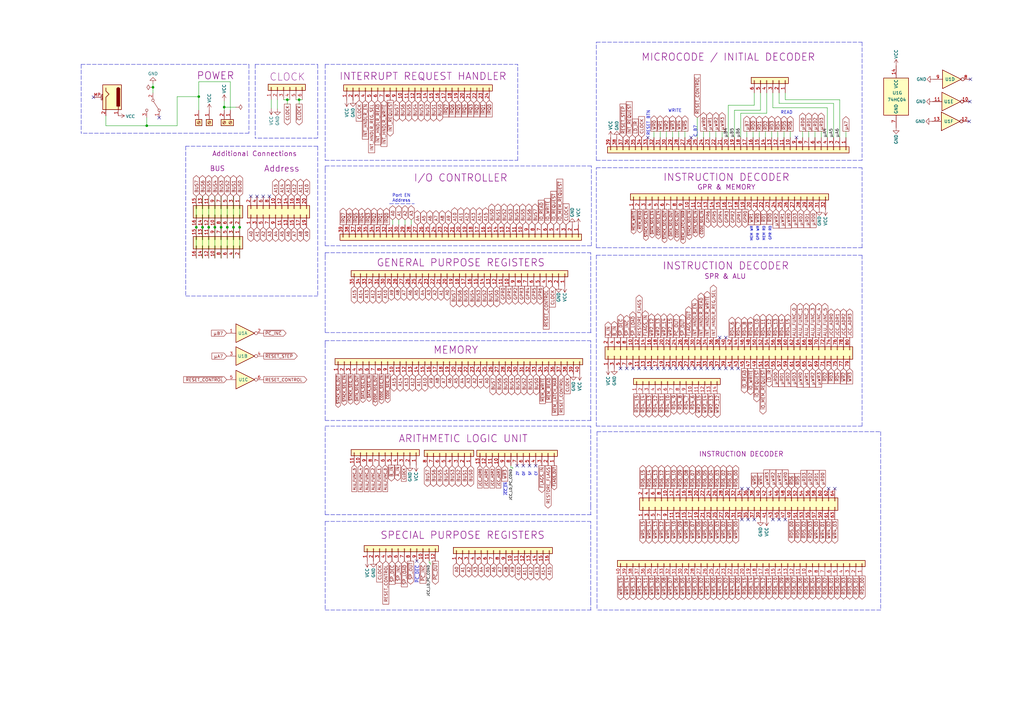
<source format=kicad_sch>
(kicad_sch (version 20211123) (generator eeschema)
  (paper "A3")
  (junction (at 60.198 51.562))
  (junction (at 62.738 35.814))
  (junction (at 93.218 93.218))
  (junction (at 85.598 93.218))
  (junction (at 122.682 40.894))
  (junction (at 91.948 43.942))
  (junction (at 95.758 93.218))
  (junction (at 98.298 93.218))
  (junction (at 80.518 93.218))
  (junction (at 88.138 93.218))
  (junction (at 83.058 93.218))
  (junction (at 81.534 39.624))
  (junction (at 90.678 93.218))
  (junction (at 117.856 40.894))
  (no_connect (at 257.048 151.13))
  (no_connect (at 297.688 151.13))
  (no_connect (at 262.128 151.13))
  (no_connect (at 397.764 41.656))
  (no_connect (at 398.018 32.512))
  (no_connect (at 397.51 49.784))
  (no_connect (at 282.448 151.13))
  (no_connect (at 300.228 151.13))
  (no_connect (at 274.828 151.13))
  (no_connect (at 272.288 151.13))
  (no_connect (at 279.908 151.13))
  (no_connect (at 304.292 200.406))
  (no_connect (at 290.068 151.13))
  (no_connect (at 212.09 191.008))
  (no_connect (at 295.148 138.43))
  (no_connect (at 284.988 151.13))
  (no_connect (at 259.588 151.13))
  (no_connect (at 217.17 191.008))
  (no_connect (at 297.688 138.43))
  (no_connect (at 170.942 230.124))
  (no_connect (at 292.608 151.13))
  (no_connect (at 107.95 80.518))
  (no_connect (at 65.278 48.26))
  (no_connect (at 322.072 213.106))
  (no_connect (at 267.208 151.13))
  (no_connect (at 295.148 151.13))
  (no_connect (at 254.508 151.13))
  (no_connect (at 214.63 191.008))
  (no_connect (at 316.992 213.106))
  (no_connect (at 319.532 213.106))
  (no_connect (at 342.392 200.406))
  (no_connect (at 287.528 151.13))
  (no_connect (at 102.87 80.518))
  (no_connect (at 304.292 213.106))
  (no_connect (at 219.71 191.008))
  (no_connect (at 264.668 151.13))
  (no_connect (at 265.684 56.388))
  (no_connect (at 302.768 151.13))
  (no_connect (at 309.372 213.106))
  (no_connect (at 105.41 80.518))
  (no_connect (at 306.832 200.406))
  (no_connect (at 277.368 151.13))
  (no_connect (at 38.354 39.878))
  (no_connect (at 110.49 80.518))
  (no_connect (at 283.464 56.388))
  (no_connect (at 269.748 151.13))
  (no_connect (at 339.852 200.406))
  (no_connect (at 306.832 213.106))
  (no_connect (at 326.644 56.388))
  (wire (pts (xy 280.924 53.848) (xy 280.924 56.388)))
  (wire (pts (xy 83.058 80.518) (xy 83.058 93.218)))
  (polyline (pts (xy 76.2 121.412) (xy 130.302 121.412)))
  (wire (pts (xy 273.304 53.848) (xy 273.304 56.388)))
  (polyline (pts (xy 242.316 172.466) (xy 242.316 139.7)))
  (wire (pts (xy 80.518 80.518) (xy 80.518 93.218)))
  (wire (pts (xy 85.598 93.218) (xy 85.598 105.918)))
  (wire (pts (xy 121.412 40.894) (xy 122.682 40.894)))
  (polyline (pts (xy 133.35 213.868) (xy 242.316 213.868)))
  (wire (pts (xy 209.55 191.77) (xy 209.55 191.008)))
  (wire (pts (xy 321.564 53.848) (xy 321.564 56.388)))
  (polyline (pts (xy 242.316 207.518) (xy 242.316 174.752)))
  (wire (pts (xy 83.058 93.218) (xy 83.058 105.918)))
  (polyline (pts (xy 159.766 83.566) (xy 169.926 83.566)))
  (polyline (pts (xy 242.316 246.634) (xy 242.316 250.19)))
  (polyline (pts (xy 133.35 250.19) (xy 242.57 250.19)))
  (polyline (pts (xy 133.35 103.632) (xy 242.316 103.632)))
  (polyline (pts (xy 76.2 59.944) (xy 76.2 121.412)))
  (wire (pts (xy 319.532 38.1) (xy 319.532 42.418)))
  (wire (pts (xy 341.884 42.418) (xy 341.884 56.388)))
  (polyline (pts (xy 242.316 207.518) (xy 242.316 211.074)))
  (wire (pts (xy 319.532 42.418) (xy 341.884 42.418)))
  (wire (pts (xy 43.434 51.562) (xy 43.434 47.498)))
  (wire (pts (xy 122.682 40.894) (xy 122.682 42.672)))
  (wire (pts (xy 85.598 80.518) (xy 85.598 93.218)))
  (wire (pts (xy 96.774 43.942) (xy 91.948 43.942)))
  (wire (pts (xy 117.856 42.672) (xy 117.856 40.894)))
  (wire (pts (xy 319.024 53.848) (xy 319.024 56.388)))
  (polyline (pts (xy 130.302 26.416) (xy 130.302 56.642)))
  (wire (pts (xy 316.484 53.848) (xy 316.484 56.388)))
  (polyline (pts (xy 244.602 101.6) (xy 244.602 68.834)))
  (wire (pts (xy 344.424 40.894) (xy 322.072 40.894)))
  (polyline (pts (xy 212.344 65.786) (xy 212.344 26.416)))
  (wire (pts (xy 210.312 192.278) (xy 210.312 191.77)))
  (wire (pts (xy 62.738 35.814) (xy 62.738 38.1)))
  (wire (pts (xy 306.324 53.848) (xy 306.324 56.388)))
  (polyline (pts (xy 133.35 103.632) (xy 133.35 104.902)))
  (wire (pts (xy 62.738 34.29) (xy 62.738 35.814)))
  (wire (pts (xy 90.678 80.518) (xy 90.678 93.218)))
  (wire (pts (xy 80.518 93.218) (xy 80.518 105.918)))
  (polyline (pts (xy 133.35 139.7) (xy 242.316 139.7)))
  (polyline (pts (xy 361.188 177.038) (xy 361.188 250.19)))
  (polyline (pts (xy 130.302 56.642) (xy 104.648 56.642)))
  (wire (pts (xy 309.372 43.18) (xy 309.372 38.1)))
  (polyline (pts (xy 104.648 26.416) (xy 104.648 56.642)))
  (wire (pts (xy 316.992 44.196) (xy 316.992 38.1)))
  (polyline (pts (xy 102.108 26.416) (xy 102.108 54.61)))
  (polyline (pts (xy 133.35 136.398) (xy 242.57 136.398)))
  (wire (pts (xy 72.644 39.624) (xy 81.534 39.624)))
  (polyline (pts (xy 133.35 211.074) (xy 242.57 211.074)))
  (polyline (pts (xy 242.57 100.838) (xy 242.57 68.072)))
  (wire (pts (xy 301.244 45.212) (xy 301.244 56.388)))
  (polyline (pts (xy 133.35 104.902) (xy 133.35 136.398)))
  (polyline (pts (xy 242.57 68.072) (xy 133.35 68.072)))
  (wire (pts (xy 210.312 191.77) (xy 209.55 191.77)))
  (wire (pts (xy 270.764 53.848) (xy 270.764 56.388)))
  (wire (pts (xy 161.036 90.17) (xy 161.036 92.202)))
  (wire (pts (xy 311.912 45.212) (xy 311.912 38.1)))
  (wire (pts (xy 81.534 39.624) (xy 81.534 45.212)))
  (polyline (pts (xy 133.35 68.072) (xy 133.35 69.342)))
  (wire (pts (xy 308.864 53.848) (xy 308.864 56.388)))
  (wire (pts (xy 313.944 53.848) (xy 313.944 56.388)))
  (polyline (pts (xy 133.35 213.868) (xy 133.35 250.19)))
  (wire (pts (xy 303.784 46.482) (xy 303.784 56.388)))
  (wire (pts (xy 60.198 51.562) (xy 43.434 51.562)))
  (wire (pts (xy 301.244 45.212) (xy 311.912 45.212)))
  (wire (pts (xy 168.656 90.17) (xy 168.656 92.202)))
  (wire (pts (xy 176.53 230.886) (xy 176.022 230.886)))
  (polyline (pts (xy 353.568 104.648) (xy 353.568 174.752)))
  (polyline (pts (xy 353.568 174.752) (xy 244.602 174.752)))
  (wire (pts (xy 88.138 80.518) (xy 88.138 93.218)))
  (wire (pts (xy 81.534 33.528) (xy 81.534 39.624)))
  (wire (pts (xy 336.804 53.848) (xy 336.804 56.388)))
  (polyline (pts (xy 133.35 65.786) (xy 212.344 65.786)))
  (wire (pts (xy 98.298 93.218) (xy 98.298 105.918)))
  (wire (pts (xy 329.184 53.848) (xy 329.184 56.388)))
  (polyline (pts (xy 244.602 104.648) (xy 353.568 104.648)))
  (wire (pts (xy 298.704 43.18) (xy 298.704 56.388)))
  (wire (pts (xy 298.704 43.18) (xy 309.372 43.18)))
  (wire (pts (xy 90.678 93.218) (xy 90.678 105.918)))
  (wire (pts (xy 91.948 43.942) (xy 91.948 45.212)))
  (polyline (pts (xy 130.302 59.944) (xy 76.2 59.944)))
  (polyline (pts (xy 33.274 26.416) (xy 102.108 26.416)))
  (polyline (pts (xy 102.108 54.61) (xy 33.274 54.61)))
  (polyline (pts (xy 133.35 26.416) (xy 133.35 65.786)))
  (wire (pts (xy 72.644 51.562) (xy 60.198 51.562)))
  (polyline (pts (xy 244.602 65.786) (xy 353.568 65.786)))
  (wire (pts (xy 72.644 39.624) (xy 72.644 51.562)))
  (wire (pts (xy 117.856 40.894) (xy 118.872 40.894)))
  (wire (pts (xy 296.164 53.848) (xy 296.164 56.388)))
  (polyline (pts (xy 244.602 68.834) (xy 353.568 68.834)))
  (wire (pts (xy 275.844 53.848) (xy 275.844 56.388)))
  (polyline (pts (xy 133.35 172.466) (xy 242.57 172.466)))
  (polyline (pts (xy 244.856 177.038) (xy 244.856 250.19)))
  (wire (pts (xy 278.384 53.848) (xy 278.384 56.388)))
  (polyline (pts (xy 353.568 17.272) (xy 353.568 65.786)))
  (polyline (pts (xy 242.316 136.398) (xy 242.316 103.632)))
  (polyline (pts (xy 242.316 246.634) (xy 242.316 213.868)))
  (wire (pts (xy 166.116 90.17) (xy 166.116 92.202)))
  (polyline (pts (xy 244.602 101.6) (xy 353.822 101.6)))
  (wire (pts (xy 88.138 93.218) (xy 88.138 105.918)))
  (wire (pts (xy 113.792 40.894) (xy 113.792 44.704)))
  (polyline (pts (xy 104.648 26.416) (xy 130.302 26.416)))
  (wire (pts (xy 111.252 40.894) (xy 111.252 44.45)))
  (polyline (pts (xy 130.302 59.944) (xy 130.302 121.412)))
  (wire (pts (xy 322.072 40.894) (xy 322.072 38.1)))
  (polyline (pts (xy 361.188 250.19) (xy 244.856 250.19)))
  (wire (pts (xy 163.576 90.17) (xy 163.576 92.202)))
  (wire (pts (xy 339.344 44.196) (xy 339.344 56.388)))
  (wire (pts (xy 291.084 53.848) (xy 291.084 56.388)))
  (wire (pts (xy 95.758 80.518) (xy 95.758 93.218)))
  (polyline (pts (xy 133.35 100.838) (xy 242.57 100.838)))
  (wire (pts (xy 93.218 80.518) (xy 93.218 93.218)))
  (wire (pts (xy 314.452 38.1) (xy 314.452 46.482)))
  (wire (pts (xy 331.724 53.848) (xy 331.724 56.388)))
  (polyline (pts (xy 353.568 101.6) (xy 353.568 68.834)))
  (wire (pts (xy 311.404 53.848) (xy 311.404 56.388)))
  (wire (pts (xy 94.488 33.528) (xy 81.534 33.528)))
  (wire (pts (xy 176.022 230.886) (xy 176.022 230.124)))
  (polyline (pts (xy 244.602 104.648) (xy 244.602 174.752)))
  (wire (pts (xy 268.224 53.848) (xy 268.224 56.388)))
  (wire (pts (xy 324.104 53.848) (xy 324.104 56.388)))
  (polyline (pts (xy 244.856 177.038) (xy 361.188 177.038)))
  (wire (pts (xy 176.53 231.648) (xy 176.53 230.886)))
  (wire (pts (xy 288.544 53.848) (xy 288.544 56.388)))
  (wire (pts (xy 339.344 44.196) (xy 316.992 44.196)))
  (wire (pts (xy 116.332 40.894) (xy 117.856 40.894)))
  (polyline (pts (xy 244.602 65.786) (xy 244.602 17.272)))
  (wire (pts (xy 98.298 80.518) (xy 98.298 93.218)))
  (wire (pts (xy 346.964 53.848) (xy 346.964 56.388)))
  (polyline (pts (xy 133.35 140.97) (xy 133.35 172.466)))
  (polyline (pts (xy 33.274 26.416) (xy 33.274 54.61)))
  (wire (pts (xy 314.452 46.482) (xy 303.784 46.482)))
  (wire (pts (xy 293.624 53.848) (xy 293.624 56.388)))
  (wire (pts (xy 60.198 51.562) (xy 60.198 48.26)))
  (wire (pts (xy 122.682 40.894) (xy 123.952 40.894)))
  (wire (pts (xy 95.758 93.218) (xy 95.758 105.918)))
  (polyline (pts (xy 133.35 139.7) (xy 133.35 140.97)))
  (polyline (pts (xy 133.35 69.342) (xy 133.35 100.838)))
  (wire (pts (xy 344.424 40.894) (xy 344.424 56.388)))
  (wire (pts (xy 91.948 41.402) (xy 91.948 43.942)))
  (polyline (pts (xy 133.35 174.752) (xy 242.316 174.752)))
  (wire (pts (xy 286.004 48.26) (xy 286.004 56.388)))
  (polyline (pts (xy 133.35 26.416) (xy 212.344 26.416)))
  (polyline (pts (xy 133.35 211.074) (xy 133.35 174.752)))
  (wire (pts (xy 93.218 93.218) (xy 93.218 105.918)))
  (polyline (pts (xy 244.602 17.272) (xy 353.568 17.272)))
  (wire (pts (xy 94.488 33.528) (xy 94.488 45.212)))
  (wire (pts (xy 334.264 53.848) (xy 334.264 56.388)))
  (text "RESET BTN" (at 266.7 45.212 270) (effects (font (size 1.27 1.27)) (justify right bottom)))
  (text "SF" (at 217.932 193.294 270) (effects (font (size 0.9906 0.9906)) (justify right bottom)))
  (text "ZF" (at 212.852 193.294 270) (effects (font (size 0.9906 0.9906)) (justify right bottom)))
  (text "MEM WR" (at 308.864 92.71 270) (effects (font (size 1 1)) (justify right bottom)))
  (text "Port EN\nAddress" (at 168.402 83.058 180) (effects (font (size 1.27 1.27)) (justify right bottom)))
  (text "MEM RD" (at 313.944 92.71 270) (effects (font (size 1 1)) (justify right bottom)))
  (text "OF" (at 215.392 193.294 270) (effects (font (size 0.9906 0.9906)) (justify right bottom)))
  (text "CF" (at 220.472 193.294 270) (effects (font (size 0.9906 0.9906)) (justify right bottom)))
  (text "~{JCC_EN}" (at 208.026 197.866 270) (effects (font (size 0.9906 0.9906)) (justify right bottom)))
  (text "GPR WR" (at 311.404 92.71 270) (effects (font (size 1 1)) (justify right bottom)))
  (text "READ" (at 325.12 46.99 180) (effects (font (size 1.27 1.27)) (justify right bottom)))
  (text "~{PC_DEC}" (at 171.958 231.902 270) (effects (font (size 1.27 1.27)) (justify right bottom)))
  (text "GPR RD" (at 316.484 92.71 270) (effects (font (size 1 1)) (justify right bottom)))
  (text "C_B7" (at 286.004 56.388 90) (effects (font (size 1.27 1.27)) (justify left bottom)))
  (text "WRITE" (at 279.654 46.228 180) (effects (font (size 1.27 1.27)) (justify right bottom)))
  (label "μB4" (at 298.704 56.388 90))
  (label "JCC_LD_PC_COND" (at 210.312 192.278 270) (effects (font (size 0.9906 0.9906))))
  (label "JCC_LD_PC_COND" (at 176.53 231.648 270) (effects (font (size 0.9906 0.9906))))
  (label "μA4" (at 339.344 56.388 90))
  (label "μA6" (at 344.424 56.388 90))
  (label "μB6" (at 303.784 56.388 90))
  (label "μA5" (at 341.884 56.388 90))
  (label "μB5" (at 301.244 56.388 90))
  (global_label "~{INT_HNDLR_WRITE}" (shape input) (at 157.48 41.148 270) (property "Intersheet References" "${INTERSHEET_REFS}" (effects hide)))
  (global_label "~{IRQ4}" (shape output) (at 148.336 92.202 90) (property "Intersheet References" "${INTERSHEET_REFS}" (effects hide)))
  (global_label "BUS0" (shape tri_state) (at 180.34 41.148 270) (property "Intersheet References" "${INTERSHEET_REFS}" (effects hide)))
  (global_label "~{WR5_08}" (shape output) (at 272.288 236.22 270) (property "Intersheet References" "${INTERSHEET_REFS}" (effects hide)))
  (global_label "~{SP_INC}" (shape input) (at 163.322 230.124 270) (property "Intersheet References" "${INTERSHEET_REFS}" (effects hide)))
  (global_label "~{DATA_SEG_EN}" (shape output) (at 267.462 85.852 270) (effects (font (size 1 1))) (property "Intersheet References" "${INTERSHEET_REFS}" (effects hide)))
  (global_label "RESTORE_FLAGS" (shape output) (at 224.79 191.008 270) (property "Intersheet References" "${INTERSHEET_REFS}" (effects hide)))
  (global_label "~{DATA_SEG_OUT}" (shape output) (at 275.082 85.852 270) (effects (font (size 1 1))) (property "Intersheet References" "${INTERSHEET_REFS}" (effects hide)))
  (global_label "A14" (shape tri_state) (at 164.084 153.416 270) (property "Intersheet References" "${INTERSHEET_REFS}" (effects hide)))
  (global_label "BUS6" (shape tri_state) (at 165.1 41.148 270) (property "Intersheet References" "${INTERSHEET_REFS}" (effects hide)))
  (global_label "~{MEM_READ}" (shape output) (at 262.382 85.852 270) (effects (font (size 1 1))) (property "Intersheet References" "${INTERSHEET_REFS}" (effects hide)))
  (global_label "~{INT_HNDLR_WRITE}" (shape output) (at 290.068 138.43 90) (property "Intersheet References" "${INTERSHEET_REFS}" (effects hide)))
  (global_label "BUS1" (shape tri_state) (at 201.168 117.348 270) (property "Intersheet References" "${INTERSHEET_REFS}" (effects hide)))
  (global_label "~{RD6_01}" (shape output) (at 299.212 200.406 90) (property "Intersheet References" "${INTERSHEET_REFS}" (effects hide)))
  (global_label "μRD3" (shape input) (at 325.628 151.13 270) (property "Intersheet References" "${INTERSHEET_REFS}" (effects hide)))
  (global_label "~{IRQ7}" (shape output) (at 140.716 92.202 90) (property "Intersheet References" "${INTERSHEET_REFS}" (effects hide)))
  (global_label "~{IRQ1}" (shape input) (at 198.12 41.148 270) (property "Intersheet References" "${INTERSHEET_REFS}" (effects hide)))
  (global_label "~{WR5_01}" (shape output) (at 299.212 213.106 270) (property "Intersheet References" "${INTERSHEET_REFS}" (effects hide)))
  (global_label "BUS3" (shape tri_state) (at 185.42 191.008 270) (property "Intersheet References" "${INTERSHEET_REFS}" (effects hide)))
  (global_label "~{IO_READ}" (shape input) (at 221.996 92.202 90) (property "Intersheet References" "${INTERSHEET_REFS}" (effects hide)))
  (global_label "~{WR5}" (shape input) (at 309.372 200.406 90) (property "Intersheet References" "${INTERSHEET_REFS}" (effects hide)))
  (global_label "~{WR2}" (shape output) (at 273.304 53.848 90) (property "Intersheet References" "${INTERSHEET_REFS}" (effects hide)))
  (global_label "ALU_FUNC_1" (shape input) (at 155.448 190.754 270) (effects (font (size 0.9906 0.9906))) (property "Intersheet References" "${INTERSHEET_REFS}" (effects hide)))
  (global_label "ALU_FUNC_0" (shape output) (at 325.628 138.43 90) (property "Intersheet References" "${INTERSHEET_REFS}" (effects hide)))
  (global_label "~{RESET_CONTROL}" (shape input) (at 286.004 48.26 90) (property "Intersheet References" "${INTERSHEET_REFS}" (effects hide)))
  (global_label "A1" (shape tri_state) (at 189.738 230.886 270) (property "Intersheet References" "${INTERSHEET_REFS}" (effects hide)))
  (global_label "A8" (shape tri_state) (at 207.518 230.886 270) (property "Intersheet References" "${INTERSHEET_REFS}" (effects hide)))
  (global_label "~{STACK_SEG_EN}" (shape output) (at 264.922 85.852 270) (effects (font (size 1 1))) (property "Intersheet References" "${INTERSHEET_REFS}" (effects hide)))
  (global_label "A4" (shape tri_state) (at 173.228 117.348 270) (property "Intersheet References" "${INTERSHEET_REFS}" (effects hide)))
  (global_label "A1" (shape tri_state) (at 180.848 117.348 270) (property "Intersheet References" "${INTERSHEET_REFS}" (effects hide)))
  (global_label "JCC_ADR3" (shape input) (at 204.47 191.008 270) (effects (font (size 0.9906 0.9906))) (property "Intersheet References" "${INTERSHEET_REFS}" (effects hide)))
  (global_label "BUS6" (shape tri_state) (at 188.468 117.348 270) (property "Intersheet References" "${INTERSHEET_REFS}" (effects hide)))
  (global_label "A15" (shape tri_state) (at 225.298 230.886 270) (property "Intersheet References" "${INTERSHEET_REFS}" (effects hide)))
  (global_label "BUS5" (shape tri_state) (at 180.34 191.008 270) (property "Intersheet References" "${INTERSHEET_REFS}" (effects hide)))
  (global_label "~{RD0}" (shape output) (at 308.864 53.848 90) (property "Intersheet References" "${INTERSHEET_REFS}" (effects hide)))
  (global_label "A6" (shape tri_state) (at 168.148 117.348 270) (property "Intersheet References" "${INTERSHEET_REFS}" (effects hide)))
  (global_label "BUS4" (shape tri_state) (at 211.836 92.202 90) (property "Intersheet References" "${INTERSHEET_REFS}" (effects hide)))
  (global_label "A11" (shape tri_state) (at 171.704 153.416 270) (property "Intersheet References" "${INTERSHEET_REFS}" (effects hide)))
  (global_label "~{WR5_00}" (shape output) (at 292.608 236.22 270) (property "Intersheet References" "${INTERSHEET_REFS}" (effects hide)))
  (global_label "~{INT_HNDLR_EN}" (shape output) (at 284.988 138.43 90) (property "Intersheet References" "${INTERSHEET_REFS}" (effects hide)))
  (global_label "A14" (shape tri_state) (at 196.596 92.202 90) (property "Intersheet References" "${INTERSHEET_REFS}" (effects hide)))
  (global_label "~{IRQ1}" (shape output) (at 155.956 92.202 90) (property "Intersheet References" "${INTERSHEET_REFS}" (effects hide)))
  (global_label "~{RD4_13}" (shape output) (at 318.008 138.43 90) (property "Intersheet References" "${INTERSHEET_REFS}" (effects hide)))
  (global_label "A14" (shape tri_state) (at 147.828 117.348 270) (property "Intersheet References" "${INTERSHEET_REFS}" (effects hide)))
  (global_label "~{IRQ0}" (shape output) (at 158.496 92.202 90) (property "Intersheet References" "${INTERSHEET_REFS}" (effects hide)))
  (global_label "~{RESET_STEP}" (shape input) (at 255.524 56.388 90) (property "Intersheet References" "${INTERSHEET_REFS}" (effects hide)))
  (global_label "~{FLAGS_IN}" (shape output) (at 222.25 191.008 270) (property "Intersheet References" "${INTERSHEET_REFS}" (effects hide)))
  (global_label "~{RD6_00}" (shape output) (at 301.752 200.406 90) (property "Intersheet References" "${INTERSHEET_REFS}" (effects hide)))
  (global_label "A11" (shape tri_state) (at 215.138 230.886 270) (property "Intersheet References" "${INTERSHEET_REFS}" (effects hide)))
  (global_label "~{RD6_13}" (shape output) (at 310.388 236.22 270) (property "Intersheet References" "${INTERSHEET_REFS}" (effects hide)))
  (global_label "~{WR5_03}" (shape output) (at 294.132 213.106 270) (property "Intersheet References" "${INTERSHEET_REFS}" (effects hide)))
  (global_label "~{RD4_10}" (shape output) (at 273.812 161.544 270) (property "Intersheet References" "${INTERSHEET_REFS}" (effects hide)))
  (global_label "~{WR0}" (shape input) (at 310.642 85.852 270) (property "Intersheet References" "${INTERSHEET_REFS}" (effects hide)))
  (global_label "A12" (shape tri_state) (at 152.908 117.348 270) (property "Intersheet References" "${INTERSHEET_REFS}" (effects hide)))
  (global_label "GPR3" (shape output) (at 213.868 117.348 270) (property "Intersheet References" "${INTERSHEET_REFS}" (effects hide)))
  (global_label "~{RD2}" (shape input) (at 338.328 151.13 270) (property "Intersheet References" "${INTERSHEET_REFS}" (effects hide)))
  (global_label "~{RD5}" (shape output) (at 321.564 53.848 90) (property "Intersheet References" "${INTERSHEET_REFS}" (effects hide)))
  (global_label "~{RD5_01}" (shape output) (at 327.152 213.106 270) (property "Intersheet References" "${INTERSHEET_REFS}" (effects hide)))
  (global_label "~{RESET_CONTROL}" (shape input) (at 224.028 117.348 270) (property "Intersheet References" "${INTERSHEET_REFS}" (effects hide)))
  (global_label "ALU_FUNC_4" (shape input) (at 147.828 190.754 270) (effects (font (size 0.9906 0.9906))) (property "Intersheet References" "${INTERSHEET_REFS}" (effects hide)))
  (global_label "~{RD6_11}" (shape output) (at 315.468 236.22 270) (property "Intersheet References" "${INTERSHEET_REFS}" (effects hide)))
  (global_label "A15" (shape tri_state) (at 145.288 117.348 270) (property "Intersheet References" "${INTERSHEET_REFS}" (effects hide)))
  (global_label "~{WR2_12}" (shape output) (at 267.208 138.43 90) (property "Intersheet References" "${INTERSHEET_REFS}" (effects hide)))
  (global_label "~{IRQ3}" (shape input) (at 193.04 41.148 270) (property "Intersheet References" "${INTERSHEET_REFS}" (effects hide)))
  (global_label "GPR2" (shape output) (at 300.482 85.852 270) (property "Intersheet References" "${INTERSHEET_REFS}" (effects hide)))
  (global_label "~{RD6_09}" (shape output) (at 278.892 200.406 90) (property "Intersheet References" "${INTERSHEET_REFS}" (effects hide)))
  (global_label "ALU_FUNC_4" (shape output) (at 335.788 138.43 90) (property "Intersheet References" "${INTERSHEET_REFS}" (effects hide)))
  (global_label "GPR0" (shape output) (at 206.248 117.348 270) (property "Intersheet References" "${INTERSHEET_REFS}" (effects hide)))
  (global_label "~{WR5_05}" (shape output) (at 279.908 236.22 270) (property "Intersheet References" "${INTERSHEET_REFS}" (effects hide)))
  (global_label "μRD0" (shape input) (at 333.502 85.852 270) (property "Intersheet References" "${INTERSHEET_REFS}" (effects hide)))
  (global_label "~{MEM_WRITE}" (shape input) (at 222.504 153.416 270) (effects (font (size 1.2 1.2))) (property "Intersheet References" "${INTERSHEET_REFS}" (effects hide)))
  (global_label "~{STACK_SEG_OUT}" (shape output) (at 272.542 85.852 270) (effects (font (size 1 1))) (property "Intersheet References" "${INTERSHEET_REFS}" (effects hide)))
  (global_label "~{STACK_SEG_EN}" (shape output) (at 141.224 153.416 270) (effects (font (size 1 1))) (property "Intersheet References" "${INTERSHEET_REFS}" (effects hide)))
  (global_label "~{RESET_STEP}" (shape output) (at 108.204 146.05 0) (property "Intersheet References" "${INTERSHEET_REFS}" (effects hide)))
  (global_label "~{RD6}" (shape output) (at 324.104 53.848 90) (property "Intersheet References" "${INTERSHEET_REFS}" (effects hide)))
  (global_label "ALU_FUNC_1" (shape output) (at 328.168 138.43 90) (property "Intersheet References" "${INTERSHEET_REFS}" (effects hide)))
  (global_label "~{WR5_09}" (shape output) (at 278.892 213.106 270) (property "Intersheet References" "${INTERSHEET_REFS}" (effects hide)))
  (global_label "~{IO_REQUEST}" (shape input) (at 227.076 92.202 90) (property "Intersheet References" "${INTERSHEET_REFS}" (effects hide)))
  (global_label "~{RD4_12}" (shape output) (at 315.468 138.43 90) (property "Intersheet References" "${INTERSHEET_REFS}" (effects hide)))
  (global_label "CLOCK" (shape input) (at 147.32 41.148 270) (property "Intersheet References" "${INTERSHEET_REFS}" (effects hide)))
  (global_label "A6" (shape tri_state) (at 176.276 92.202 90) (property "Intersheet References" "${INTERSHEET_REFS}" (effects hide)))
  (global_label "~{SP_INC}" (shape output) (at 257.048 138.43 90) (property "Intersheet References" "${INTERSHEET_REFS}" (effects hide)))
  (global_label "A9" (shape tri_state) (at 125.73 93.218 270) (property "Intersheet References" "${INTERSHEET_REFS}" (effects hide)))
  (global_label "~{INT_HNDLR_READ}" (shape output) (at 287.528 138.43 90) (property "Intersheet References" "${INTERSHEET_REFS}" (effects hide)))
  (global_label "CLOCK" (shape input) (at 226.568 117.348 270) (property "Intersheet References" "${INTERSHEET_REFS}" (effects hide)))
  (global_label "A4" (shape tri_state) (at 171.196 92.202 90) (property "Intersheet References" "${INTERSHEET_REFS}" (effects hide)))
  (global_label "μRD0" (shape input) (at 337.312 200.406 90) (property "Intersheet References" "${INTERSHEET_REFS}" (effects hide)))
  (global_label "~{SP_OUT}" (shape output) (at 168.402 230.124 270) (property "Intersheet References" "${INTERSHEET_REFS}" (effects hide)))
  (global_label "BUS5" (shape tri_state) (at 167.64 41.148 270) (property "Intersheet References" "${INTERSHEET_REFS}" (effects hide)))
  (global_label "GPR4" (shape output) (at 216.408 117.348 270) (property "Intersheet References" "${INTERSHEET_REFS}" (effects hide)))
  (global_label "GPR3" (shape output) (at 297.942 85.852 270) (property "Intersheet References" "${INTERSHEET_REFS}" (effects hide)))
  (global_label "~{RD6_07}" (shape output) (at 283.972 200.406 90) (property "Intersheet References" "${INTERSHEET_REFS}" (effects hide)))
  (global_label "ALU_FUNC_5" (shape input) (at 145.288 190.754 270) (effects (font (size 0.9906 0.9906))) (property "Intersheet References" "${INTERSHEET_REFS}" (effects hide)))
  (global_label "~{RD5_03}" (shape output) (at 332.232 213.106 270) (property "Intersheet References" "${INTERSHEET_REFS}" (effects hide)))
  (global_label "μWR1" (shape input) (at 319.532 200.406 90) (property "Intersheet References" "${INTERSHEET_REFS}" (effects hide)))
  (global_label "~{RD4_12}" (shape output) (at 268.732 161.544 270) (property "Intersheet References" "${INTERSHEET_REFS}" (effects hide)))
  (global_label "~{RD6_10}" (shape output) (at 276.352 200.406 90) (property "Intersheet References" "${INTERSHEET_REFS}" (effects hide)))
  (global_label "~{WR4}" (shape input) (at 311.912 200.406 90) (property "Intersheet References" "${INTERSHEET_REFS}" (effects hide)))
  (global_label "BUS2" (shape tri_state) (at 198.628 117.348 270) (property "Intersheet References" "${INTERSHEET_REFS}" (effects hide)))
  (global_label "BUS7" (shape tri_state) (at 175.26 191.008 270) (property "Intersheet References" "${INTERSHEET_REFS}" (effects hide)))
  (global_label "~{FLAGS_OUT}" (shape output) (at 227.33 191.008 270) (effects (font (size 0.9906 0.9906))) (property "Intersheet References" "${INTERSHEET_REFS}" (effects hide)))
  (global_label "GPR5" (shape output) (at 292.862 85.852 270) (property "Intersheet References" "${INTERSHEET_REFS}" (effects hide)))
  (global_label "~{RD4_13}" (shape output) (at 266.192 161.544 270) (property "Intersheet References" "${INTERSHEET_REFS}" (effects hide)))
  (global_label "~{IO_MEM_REQUEST}" (shape input) (at 229.616 92.202 90) (property "Intersheet References" "${INTERSHEET_REFS}" (effects hide)))
  (global_label "μRD1" (shape input) (at 330.962 85.852 270) (property "Intersheet References" "${INTERSHEET_REFS}" (effects hide)))
  (global_label "A5" (shape tri_state) (at 199.898 230.886 270) (property "Intersheet References" "${INTERSHEET_REFS}" (effects hide)))
  (global_label "A6" (shape tri_state) (at 118.11 93.218 270) (property "Intersheet References" "${INTERSHEET_REFS}" (effects hide)))
  (global_label "A12" (shape tri_state) (at 217.678 230.886 270) (property "Intersheet References" "${INTERSHEET_REFS}" (effects hide)))
  (global_label "~{RD4_6}" (shape output) (at 283.972 161.544 270) (property "Intersheet References" "${INTERSHEET_REFS}" (effects hide)))
  (global_label "~{RD4_11}" (shape output) (at 271.272 161.544 270) (property "Intersheet References" "${INTERSHEET_REFS}" (effects hide)))
  (global_label "A0" (shape tri_state) (at 102.87 93.218 270) (property "Intersheet References" "${INTERSHEET_REFS}" (effects hide)))
  (global_label "~{DATA_SEG_IN}" (shape output) (at 151.384 153.416 270) (effects (font (size 1 1))) (property "Intersheet References" "${INTERSHEET_REFS}" (effects hide)))
  (global_label "A13" (shape tri_state) (at 220.218 230.886 270) (property "Intersheet References" "${INTERSHEET_REFS}" (effects hide)))
  (global_label "GPR1" (shape output) (at 208.788 117.348 270) (property "Intersheet References" "${INTERSHEET_REFS}" (effects hide)))
  (global_label "A9" (shape tri_state) (at 176.784 153.416 270) (property "Intersheet References" "${INTERSHEET_REFS}" (effects hide)))
  (global_label "A0" (shape tri_state) (at 161.036 90.17 90) (property "Intersheet References" "${INTERSHEET_REFS}" (effects hide)))
  (global_label "BUS0" (shape tri_state) (at 203.708 117.348 270) (property "Intersheet References" "${INTERSHEET_REFS}" (effects hide)))
  (global_label "~{RD6_06}" (shape output) (at 286.512 200.406 90) (property "Intersheet References" "${INTERSHEET_REFS}" (effects hide)))
  (global_label "~{WR3}" (shape output) (at 275.844 53.848 90) (property "Intersheet References" "${INTERSHEET_REFS}" (effects hide)))
  (global_label "~{WR5_07}" (shape output) (at 274.828 236.22 270) (property "Intersheet References" "${INTERSHEET_REFS}" (effects hide)))
  (global_label "~{RD4_6}" (shape output) (at 300.228 138.43 90) (property "Intersheet References" "${INTERSHEET_REFS}" (effects hide)))
  (global_label "A11" (shape tri_state) (at 188.976 92.202 90) (property "Intersheet References" "${INTERSHEET_REFS}" (effects hide)))
  (global_label "~{RD5_02}" (shape output) (at 348.488 236.22 270) (property "Intersheet References" "${INTERSHEET_REFS}" (effects hide)))
  (global_label "~{RD1}" (shape input) (at 313.182 85.852 270) (property "Intersheet References" "${INTERSHEET_REFS}" (effects hide)))
  (global_label "~{CODE_SEG_OUT}" (shape output) (at 153.924 153.416 270) (effects (font (size 1 1))) (property "Intersheet References" "${INTERSHEET_REFS}" (effects hide)))
  (global_label "BUS4" (shape tri_state) (at 182.88 191.008 270) (property "Intersheet References" "${INTERSHEET_REFS}" (effects hide)))
  (global_label "μRD2" (shape input) (at 328.422 85.852 270) (property "Intersheet References" "${INTERSHEET_REFS}" (effects hide)))
  (global_label "BUS1" (shape tri_state) (at 95.758 80.518 90) (property "Intersheet References" "${INTERSHEET_REFS}" (effects hide)))
  (global_label "μB7" (shape input) (at 92.964 136.652 180) (property "Intersheet References" "${INTERSHEET_REFS}" (effects hide)))
  (global_label "~{WR5_12}" (shape output) (at 262.128 236.22 270) (property "Intersheet References" "${INTERSHEET_REFS}" (effects hide)))
  (global_label "~{WR5_07}" (shape output) (at 283.972 213.106 270) (property "Intersheet References" "${INTERSHEET_REFS}" (effects hide)))
  (global_label "~{DATA_SEG_IN}" (shape output) (at 285.242 85.852 270) (effects (font (size 1 1))) (property "Intersheet References" "${INTERSHEET_REFS}" (effects hide)))
  (global_label "~{RD5_03}" (shape output) (at 345.948 236.22 270) (property "Intersheet References" "${INTERSHEET_REFS}" (effects hide)))
  (global_label "~{RD6_02}" (shape output) (at 338.328 236.22 270) (property "Intersheet References" "${INTERSHEET_REFS}" (effects hide)))
  (global_label "~{WR2_15}" (shape output) (at 274.828 138.43 90) (property "Intersheet References" "${INTERSHEET_REFS}" (effects hide)))
  (global_label "BUS0" (shape tri_state) (at 201.676 92.202 90) (property "Intersheet References" "${INTERSHEET_REFS}" (effects hide)))
  (global_label "~{RD6_04}" (shape output) (at 333.248 236.22 270) (property "Intersheet References" "${INTERSHEET_REFS}" (effects hide)))
  (global_label "CLOCK" (shape input) (at 232.156 92.202 90) (property "Intersheet References" "${INTERSHEET_REFS}" (effects hide)))
  (global_label "~{RD4_9}" (shape output) (at 276.352 161.544 270) (property "Intersheet References" "${INTERSHEET_REFS}" (effects hide)))
  (global_label "ALU_FUNC_3" (shape input) (at 150.368 190.754 270) (effects (font (size 0.9906 0.9906))) (property "Intersheet References" "${INTERSHEET_REFS}" (effects hide)))
  (global_label "A11" (shape tri_state) (at 123.19 80.518 90) (property "Intersheet References" "${INTERSHEET_REFS}" (effects hide)))
  (global_label "A5" (shape tri_state) (at 170.688 117.348 270) (property "Intersheet References" "${INTERSHEET_REFS}" (effects hide)))
  (global_label "~{PC_OUT}" (shape output) (at 178.562 230.124 270) (property "Intersheet References" "${INTERSHEET_REFS}" (effects hide)))
  (global_label "μRD3" (shape input) (at 325.882 85.852 270) (property "Intersheet References" "${INTERSHEET_REFS}" (effects hide)))
  (global_label "A9" (shape tri_state) (at 183.896 92.202 90) (property "Intersheet References" "${INTERSHEET_REFS}" (effects hide)))
  (global_label "BUS7" (shape tri_state) (at 80.518 80.518 90) (property "Intersheet References" "${INTERSHEET_REFS}" (effects hide)))
  (global_label "~{B_IN}" (shape output) (at 251.968 138.43 90) (property "Intersheet References" "${INTERSHEET_REFS}" (effects hide)))
  (global_label "A6" (shape tri_state) (at 184.404 153.416 270) (property "Intersheet References" "${INTERSHEET_REFS}" (effects hide)))
  (global_label "BUS3" (shape tri_state) (at 196.088 117.348 270) (property "Intersheet References" "${INTERSHEET_REFS}" (effects hide)))
  (global_label "A15" (shape tri_state) (at 199.136 92.202 90) (property "Intersheet References" "${INTERSHEET_REFS}" (effects hide)))
  (global_label "~{RD6_14}" (shape output) (at 266.192 200.406 90) (property "Intersheet References" "${INTERSHEET_REFS}" (effects hide)))
  (global_label "BUS2" (shape tri_state) (at 214.884 153.416 270) (property "Intersheet References" "${INTERSHEET_REFS}" (effects hide)))
  (global_label "~{IRQ6}" (shape output) (at 143.256 92.202 90) (property "Intersheet References" "${INTERSHEET_REFS}" (effects hide)))
  (global_label "CLOCK" (shape output) (at 117.856 42.672 270) (property "Intersheet References" "${INTERSHEET_REFS}" (effects hide)))
  (global_label "BUS1" (shape tri_state) (at 217.424 153.416 270) (property "Intersheet References" "${INTERSHEET_REFS}" (effects hide)))
  (global_label "μWR0" (shape output) (at 288.544 53.848 90) (property "Intersheet References" "${INTERSHEET_REFS}" (effects hide)))
  (global_label "~{IO_READ}" (shape output) (at 305.308 151.13 270) (property "Intersheet References" "${INTERSHEET_REFS}" (effects hide)))
  (global_label "~{INT_HNDLR_EN}" (shape input) (at 149.86 41.148 270) (property "Intersheet References" "${INTERSHEET_REFS}" (effects hide)))
  (global_label "~{WR2_14}" (shape output) (at 272.288 138.43 90) (property "Intersheet References" "${INTERSHEET_REFS}" (effects hide)))
  (global_label "BUS2" (shape tri_state) (at 175.26 41.148 270) (property "Intersheet References" "${INTERSHEET_REFS}" (effects hide)))
  (global_label "μWR1" (shape input) (at 330.708 151.13 270) (property "Intersheet References" "${INTERSHEET_REFS}" (effects hide)))
  (global_label "~{WR5_09}" (shape output) (at 269.748 236.22 270) (property "Intersheet References" "${INTERSHEET_REFS}" (effects hide)))
  (global_label "A9" (shape tri_state) (at 160.528 117.348 270) (property "Intersheet References" "${INTERSHEET_REFS}" (effects hide)))
  (global_label "μWR3" (shape output) (at 296.164 53.848 90) (property "Intersheet References" "${INTERSHEET_REFS}" (effects hide)))
  (global_label "A7" (shape tri_state) (at 178.816 92.202 90) (property "Intersheet References" "${INTERSHEET_REFS}" (effects hide)))
  (global_label "JCC_ADR1" (shape output) (at 343.408 138.43 90) (property "Intersheet References" "${INTERSHEET_REFS}" (effects hide)))
  (global_label "~{SP_DEC}" (shape input) (at 160.782 230.124 270) (property "Intersheet References" "${INTERSHEET_REFS}" (effects hide)))
  (global_label "~{IRQ0}" (shape input) (at 200.66 41.148 270) (property "Intersheet References" "${INTERSHEET_REFS}" (effects hide)))
  (global_label "~{RD6_03}" (shape output) (at 335.788 236.22 270) (property "Intersheet References" "${INTERSHEET_REFS}" (effects hide)))
  (global_label "~{CLOCK}" (shape output) (at 122.682 42.672 270) (property "Intersheet References" "${INTERSHEET_REFS}" (effects hide)))
  (global_label "~{RESET_CONTROL}" (shape input) (at 92.964 155.702 180) (property "Intersheet References" "${INTERSHEET_REFS}" (effects hide)))
  (global_label "~{WR5_13}" (shape output) (at 268.732 213.106 270) (property "Intersheet References" "${INTERSHEET_REFS}" (effects hide)))
  (global_label "~{RD4_10}" (shape output) (at 310.388 138.43 90) (property "Intersheet References" "${INTERSHEET_REFS}" (effects hide)))
  (global_label "~{RD5_02}" (shape output) (at 329.692 213.106 270) (property "Intersheet References" "${INTERSHEET_REFS}" (effects hide)))
  (global_label "~{WR5_14}" (shape output) (at 266.192 213.106 270) (property "Intersheet References" "${INTERSHEET_REFS}" (effects hide)))
  (global_label "~{WR5_11}" (shape output) (at 273.812 213.106 270) (property "Intersheet References" "${INTERSHEET_REFS}" (effects hide)))
  (global_label "~{WR2_12}" (shape output) (at 294.132 161.544 270) (property "Intersheet References" "${INTERSHEET_REFS}" (effects hide)))
  (global_label "~{IO_MEM_REQUEST}" (shape output) (at 312.928 151.13 270) (property "Intersheet References" "${INTERSHEET_REFS}" (effects hide)))
  (global_label "~{IO_REQUEST}" (shape output) (at 310.388 151.13 270) (property "Intersheet References" "${INTERSHEET_REFS}" (effects hide)))
  (global_label "RESET_CONTROL" (shape input) (at 158.242 230.124 270) (property "Intersheet References" "${INTERSHEET_REFS}" (effects hide)))
  (global_label "A7" (shape tri_state) (at 120.65 93.218 270) (property "Intersheet References" "${INTERSHEET_REFS}" (effects hide)))
  (global_label "μWR2" (shape input) (at 333.248 151.13 270) (property "Intersheet References" "${INTERSHEET_REFS}" (effects hide)))
  (global_label "BUS6" (shape tri_state) (at 177.8 191.008 270) (property "Intersheet References" "${INTERSHEET_REFS}" (effects hide)))
  (global_label "GPR4" (shape output) (at 295.402 85.852 270) (property "Intersheet References" "${INTERSHEET_REFS}" (effects hide)))
  (global_label "A5" (shape tri_state) (at 173.736 92.202 90) (property "Intersheet References" "${INTERSHEET_REFS}" (effects hide)))
  (global_label "μRD1" (shape input) (at 334.772 200.406 90) (property "Intersheet References" "${INTERSHEET_REFS}" (effects hide)))
  (global_label "A3" (shape tri_state) (at 192.024 153.416 270) (property "Intersheet References" "${INTERSHEET_REFS}" (effects hide)))
  (global_label "~{STACK_SEG_OUT}" (shape output) (at 138.684 153.416 270) (effects (font (size 1 1))) (property "Intersheet References" "${INTERSHEET_REFS}" (effects hide)))
  (global_label "A4" (shape tri_state) (at 189.484 153.416 270) (property "Intersheet References" "${INTERSHEET_REFS}" (effects hide)))
  (global_label "BUS0" (shape tri_state) (at 193.04 191.008 270) (property "Intersheet References" "${INTERSHEET_REFS}" (effects hide)))
  (global_label "A10" (shape tri_state) (at 186.436 92.202 90) (property "Intersheet References" "${INTERSHEET_REFS}" (effects hide)))
  (global_label "~{WR4_03}" (shape output) (at 342.392 213.106 270) (property "Intersheet References" "${INTERSHEET_REFS}" (effects hide)))
  (global_label "~{RD1}" (shape output) (at 311.404 53.848 90) (property "Intersheet References" "${INTERSHEET_REFS}" (effects hide)))
  (global_label "A10" (shape tri_state) (at 157.988 117.348 270) (property "Intersheet References" "${INTERSHEET_REFS}" (effects hide)))
  (global_label "~{WR1}" (shape input) (at 308.102 85.852 270) (property "Intersheet References" "${INTERSHEET_REFS}" (effects hide)))
  (global_label "~{WR5_04}" (shape output) (at 291.592 213.106 270) (property "Intersheet References" "${INTERSHEET_REFS}" (effects hide)))
  (global_label "~{CODE_SEG_IN}" (shape output) (at 287.782 85.852 270) (effects (font (size 1 1))) (property "Intersheet References" "${INTERSHEET_REFS}" (effects hide)))
  (global_label "μRD2" (shape input) (at 332.232 200.406 90) (property "Intersheet References" "${INTERSHEET_REFS}" (effects hide)))
  (global_label "~{WR4_00}" (shape output) (at 334.772 213.106 270) (property "Intersheet References" "${INTERSHEET_REFS}" (effects hide)))
  (global_label "~{WR3}" (shape input) (at 348.488 151.13 270) (property "Intersheet References" "${INTERSHEET_REFS}" (effects hide)))
  (global_label "~{IRQ2}" (shape input) (at 195.58 41.148 270) (property "Intersheet References" "${INTERSHEET_REFS}" (effects hide)))
  (global_label "μWR0" (shape input) (at 328.168 151.13 270) (property "Intersheet References" "${INTERSHEET_REFS}" (effects hide)))
  (global_label "~{WR5_01}" (shape output) (at 290.068 236.22 270) (property "Intersheet References" "${INTERSHEET_REFS}" (effects hide)))
  (global_label "~{DATA_SEG_EN}" (shape output) (at 148.844 153.416 270) (effects (font (size 1 1))) (property "Intersheet References" "${INTERSHEET_REFS}" (effects hide)))
  (global_label "~{A_IN}" (shape output) (at 249.428 138.43 90) (property "Intersheet References" "${INTERSHEET_REFS}" (effects hide)))
  (global_label "~{RD6_04}" (shape output) (at 291.592 200.406 90) (property "Intersheet References" "${INTERSHEET_REFS}" (effects hide)))
  (global_label "μRD2" (shape input) (at 323.088 151.13 270) (property "Intersheet References" "${INTERSHEET_REFS}" (effects hide)))
  (global_label "BUS4" (shape tri_state) (at 209.804 153.416 270) (property "Intersheet References" "${INTERSHEET_REFS}" (effects hide)))
  (global_label "μWR2" (shape output) (at 293.624 53.848 90) (property "Intersheet References" "${INTERSHEET_REFS}" (effects hide)))
  (global_label "A12" (shape tri_state) (at 191.516 92.202 90) (property "Intersheet References" "${INTERSHEET_REFS}" (effects hide)))
  (global_label "~{RD5_01}" (shape output) (at 351.028 236.22 270) (property "Intersheet References" "${INTERSHEET_REFS}" (effects hide)))
  (global_label "~{RD6_05}" (shape output) (at 330.708 236.22 270) (property "Intersheet References" "${INTERSHEET_REFS}" (effects hide)))
  (global_label "~{SP_LOAD}" (shape input) (at 165.862 230.124 270) (property "Intersheet References" "${INTERSHEET_REFS}" (effects hide)))
  (global_label "~{RD6_08}" (shape output) (at 281.432 200.406 90) (property "Intersheet References" "${INTERSHEET_REFS}" (effects hide)))
  (global_label "GPR6" (shape output) (at 290.322 85.852 270) (property "Intersheet References" "${INTERSHEET_REFS}" (effects hide)))
  (global_label "~{RD4_8}" (shape output) (at 305.308 138.43 90) (property "Intersheet References" "${INTERSHEET_REFS}" (effects hide)))
  (global_label "A12" (shape tri_state) (at 169.164 153.416 270) (property "Intersheet References" "${INTERSHEET_REFS}" (effects hide)))
  (global_label "GPR2" (shape output) (at 211.328 117.348 270) (property "Intersheet References" "${INTERSHEET_REFS}" (effects hide)))
  (global_label "μA7" (shape input) (at 92.964 146.05 180) (property "Intersheet References" "${INTERSHEET_REFS}" (effects hide)))
  (global_label "BUS1" (shape tri_state) (at 177.8 41.148 270) (property "Intersheet References" "${INTERSHEET_REFS}" (effects hide)))
  (global_label "A2" (shape tri_state) (at 107.95 93.218 270) (property "Intersheet References" "${INTERSHEET_REFS}" (effects hide)))
  (global_label "A2" (shape tri_state) (at 166.116 90.17 90) (property "Intersheet References" "${INTERSHEET_REFS}" (effects hide)))
  (global_label "~{WR5_05}" (shape output) (at 289.052 213.106 270) (property "Intersheet References" "${INTERSHEET_REFS}" (effects hide)))
  (global_label "~{RD4_7}" (shape output) (at 281.432 161.544 270) (property "Intersheet References" "${INTERSHEET_REFS}" (effects hide)))
  (global_label "~{WR5_13}" (shape output) (at 259.588 236.22 270) (property "Intersheet References" "${INTERSHEET_REFS}" (effects hide)))
  (global_label "~{WR4_01}" (shape output) (at 337.312 213.106 270) (property "Intersheet References" "${INTERSHEET_REFS}" (effects hide)))
  (global_label "BUS2" (shape tri_state) (at 206.756 92.202 90) (property "Intersheet References" "${INTERSHEET_REFS}" (effects hide)))
  (global_label "~{IRQ5}" (shape output) (at 145.796 92.202 90) (property "Intersheet References" "${INTERSHEET_REFS}" (effects hide)))
  (global_label "A10" (shape tri_state) (at 212.598 230.886 270) (property "Intersheet References" "${INTERSHEET_REFS}" (effects hide)))
  (global_label "~{WR5}" (shape output) (at 280.924 53.848 90) (property "Intersheet References" "${INTERSHEET_REFS}" (effects hide)))
  (global_label "A13" (shape tri_state) (at 150.368 117.348 270) (property "Intersheet References" "${INTERSHEET_REFS}" (effects hide)))
  (global_label "A13" (shape tri_state) (at 118.11 80.518 90) (property "Intersheet References" "${INTERSHEET_REFS}" (effects hide)))
  (global_label "μRD0" (shape output) (at 329.184 53.848 90) (property "Intersheet References" "${INTERSHEET_REFS}" (effects hide)))
  (global_label "~{WR5_00}" (shape output) (at 301.752 213.106 270) (property "Intersheet References" "${INTERSHEET_REFS}" (effects hide)))
  (global_label "BUS5" (shape tri_state) (at 207.264 153.416 270) (property "Intersheet References" "${INTERSHEET_REFS}" (effects hide)))
  (global_label "BUS5" (shape tri_state) (at 191.008 117.348 270) (property "Intersheet References" "${INTERSHEET_REFS}" (effects hide)))
  (global_label "A13" (shape tri_state) (at 166.624 153.416 270) (property "Intersheet References" "${INTERSHEET_REFS}" (effects hide)))
  (global_label "~{RD6_11}" (shape output) (at 273.812 200.406 90) (property "Intersheet References" "${INTERSHEET_REFS}" (effects hide)))
  (global_label "A9" (shape tri_state) (at 210.058 230.886 270) (property "Intersheet References" "${INTERSHEET_REFS}" (effects hide)))
  (global_label "~{WR4_00}" (shape output) (at 302.768 236.22 270) (property "Intersheet References" "${INTERSHEET_REFS}" (effects hide)))
  (global_label "INT_HNDLR_REG_SEL" (shape input) (at 152.4 41.148 270) (property "Intersheet References" "${INTERSHEET_REFS}" (effects hide)))
  (global_label "JCC_ADR2" (shape input) (at 201.93 191.008 270) (effects (font (size 0.9906 0.9906))) (property "Intersheet References" "${INTERSHEET_REFS}" (effects hide)))
  (global_label "GPR6" (shape output) (at 221.488 117.348 270) (property "Intersheet References" "${INTERSHEET_REFS}" (effects hide)))
  (global_label "A1" (shape tri_state) (at 163.576 90.17 90) (property "Intersheet References" "${INTERSHEET_REFS}" (effects hide)))
  (global_label "~{RD4_8}" (shape output) (at 278.892 161.544 270) (property "Intersheet References" "${INTERSHEET_REFS}" (effects hide)))
  (global_label "A15" (shape tri_state) (at 113.03 80.518 90) (property "Intersheet References" "${INTERSHEET_REFS}" (effects hide)))
  (global_label "GPR0" (shape output) (at 305.562 85.852 270) (property "Intersheet References" "${INTERSHEET_REFS}" (effects hide)))
  (global_label "~{WR5_15}" (shape output) (at 263.652 213.106 270) (property "Intersheet References" "${INTERSHEET_REFS}" (effects hide)))
  (global_label "~{WR5_06}" (shape output) (at 277.368 236.22 270) (property "Intersheet References" "${INTERSHEET_REFS}" (effects hide)))
  (global_label "~{RD6_13}" (shape output) (at 268.732 200.406 90) (property "Intersheet References" "${INTERSHEET_REFS}" (effects hide)))
  (global_label "~{WR5_10}" (shape output) (at 267.208 236.22 270) (property "Intersheet References" "${INTERSHEET_REFS}" (effects hide)))
  (global_label "JCC_ADR3" (shape output) (at 348.488 138.43 90) (property "Intersheet References" "${INTERSHEET_REFS}" (effects hide)))
  (global_label "~{PC_OUT}" (shape output) (at 277.368 138.43 90) (property "Intersheet References" "${INTERSHEET_REFS}" (effects hide)))
  (global_label "BUS5" (shape tri_state) (at 214.376 92.202 90) (property "Intersheet References" "${INTERSHEET_REFS}" (effects hide)))
  (global_label "A12" (shape tri_state) (at 120.65 80.518 90) (property "Intersheet References" "${INTERSHEET_REFS}" (effects hide)))
  (global_label "~{WR4_02}" (shape output) (at 339.852 213.106 270) (property "Intersheet References" "${INTERSHEET_REFS}" (effects hide)))
  (global_label "A2" (shape tri_state) (at 178.308 117.348 270) (property "Intersheet References" "${INTERSHEET_REFS}" (effects hide)))
  (global_label "~{RD6_15}" (shape output) (at 263.652 200.406 90) (property "Intersheet References" "${INTERSHEET_REFS}" (effects hide)))
  (global_label "μB7" (shape output) (at 306.324 53.848 90) (property "Intersheet References" "${INTERSHEET_REFS}" (effects hide)))
  (global_label "A13" (shape tri_state) (at 194.056 92.202 90) (property "Intersheet References" "${INTERSHEET_REFS}" (effects hide)))
  (global_label "RESET_CONTROL" (shape output) (at 108.204 155.702 0) (property "Intersheet References" "${INTERSHEET_REFS}" (effects hide)))
  (global_label "~{CODE_SEG_EN}" (shape output) (at 270.002 85.852 270) (effects (font (size 1 1))) (property "Intersheet References" "${INTERSHEET_REFS}" (effects hide)))
  (global_label "μWR2" (shape input) (at 318.262 85.852 270) (property "Intersheet References" "${INTERSHEET_REFS}" (effects hide)))
  (global_label "~{IRQ5}" (shape input) (at 187.96 41.148 270) (property "Intersheet References" "${INTERSHEET_REFS}" (effects hide)))
  (global_label "~{STACK_SEG_IN}" (shape output) (at 282.702 85.852 270) (effects (font (size 1 1))) (property "Intersheet References" "${INTERSHEET_REFS}" (effects hide)))
  (global_label "μWR0" (shape input) (at 323.342 85.852 270) (property "Intersheet References" "${INTERSHEET_REFS}" (effects hide)))
  (global_label "BUS4" (shape tri_state) (at 193.548 117.348 270) (property "Intersheet References" "${INTERSHEET_REFS}" (effects hide)))
  (global_label "~{WR2_13}" (shape output) (at 269.748 138.43 90) (property "Intersheet References" "${INTERSHEET_REFS}" (effects hide)))
  (global_label "μRD1" (shape input) (at 320.548 151.13 270) (property "Intersheet References" "${INTERSHEET_REFS}" (effects hide)))
  (global_label "~{MEM_READ}" (shape input) (at 225.044 153.416 270) (effects (font (size 1.2 1.2))) (property "Intersheet References" "${INTERSHEET_REFS}" (effects hide)))
  (global_label "~{RD4}" (shape output) (at 319.024 53.848 90) (property "Intersheet References" "${INTERSHEET_REFS}" (effects hide)))
  (global_label "~{WR4_03}" (shape output) (at 295.148 236.22 270) (property "Intersheet References" "${INTERSHEET_REFS}" (effects hide)))
  (global_label "~{RD6_15}" (shape output) (at 305.308 236.22 270) (property "Intersheet References" "${INTERSHEET_REFS}" (effects hide)))
  (global_label "BUS6" (shape tri_state) (at 216.916 92.202 90) (property "Intersheet References" "${INTERSHEET_REFS}" (effects hide)))
  (global_label "A10" (shape tri_state) (at 174.244 153.416 270) (property "Intersheet References" "${INTERSHEET_REFS}" (effects hide)))
  (global_label "~{PC_INC}" (shape output) (at 108.204 136.652 0) (property "Intersheet References" "${INTERSHEET_REFS}" (effects hide)))
  (global_label "~{DATA_SEG_OUT}" (shape output) (at 146.304 153.416 270) (effects (font (size 1 1))) (property "Intersheet References" "${INTERSHEET_REFS}" (effects hide)))
  (global_label "~{RD5_00}" (shape output) (at 324.612 213.106 270) (property "Intersheet References" "${INTERSHEET_REFS}" (effects hide)))
  (global_label "~{RD4}" (shape input) (at 343.408 151.13 270) (property "Intersheet References" "${INTERSHEET_REFS}" (effects hide)))
  (global_label "~{RD6_09}" (shape output) (at 320.548 236.22 270) (property "Intersheet References" "${INTERSHEET_REFS}" (effects hide)))
  (global_label "~{RD4_15}" (shape output) (at 261.112 161.544 270) (property "Intersheet References" "${INTERSHEET_REFS}" (effects hide)))
  (global_label "~{MEM_LATCH_MAR}" (shape output) (at 280.162 85.852 270) (effects (font (size 1 1))) (property "Intersheet References" "${INTERSHEET_REFS}" (effects hide)))
  (global_label "~{CODE_SEG_IN}" (shape output) (at 159.004 153.416 270) (effects (font (size 1 1))) (property "Intersheet References" "${INTERSHEET_REFS}" (effects hide)))
  (global_label "~{RD6_05}" (shape output) (at 289.052 200.406 90) (property "Intersheet References" "${INTERSHEET_REFS}" (effects hide)))
  (global_label "~{RD6_08}" (shape output) (at 323.088 236.22 270) (property "Intersheet References" "${INTERSHEET_REFS}" (effects hide)))
  (global_label "CLOCK" (shape input) (at 232.664 153.416 270) (effects (font (size 1.2 1.2))) (property "Intersheet References" "${INTERSHEET_REFS}" (effects hide)))
  (global_label "~{WR3}" (shape input) (at 207.01 191.008 270) (property "Intersheet References" "${INTERSHEET_REFS}" (effects hide)))
  (global_label "μWR1" (shape input) (at 320.802 85.852 270) (property "Intersheet References" "${INTERSHEET_REFS}" (effects hide)))
  (global_label "~{IRQ6}" (shape input) (at 185.42 41.148 270) (property "Intersheet References" "${INTERSHEET_REFS}" (effects hide)))
  (global_label "~{INT_HNDLR_READ}" (shape input) (at 154.94 41.148 270) (property "Intersheet References" "${INTERSHEET_REFS}" (effects hide)))
  (global_label "μRD2" (shape output) (at 334.264 53.848 90) (property "Intersheet References" "${INTERSHEET_REFS}" (effects hide)))
  (global_label "ALU_FUNC_5" (shape output) (at 338.328 138.43 90) (property "Intersheet References" "${INTERSHEET_REFS}" (effects hide)))
  (global_label "~{IRQ7}" (shape input) (at 182.88 41.148 270) (property "Intersheet References" "${INTERSHEET_REFS}" (effects hide)))
  (global_label "~{WR5_12}" (shape output) (at 271.272 213.106 270) (property "Intersheet References" "${INTERSHEET_REFS}" (effects hide)))
  (global_label "~{LD_IR}" (shape output) (at 315.468 151.13 270) (property "Intersheet References" "${INTERSHEET_REFS}" (effects hide)))
  (global_label "ALU_FUNC_2" (shape output) (at 330.708 138.43 90) (property "Intersheet References" "${INTERSHEET_REFS}" (effects hide)))
  (global_label "μA7" (shape output) (at 346.964 53.848 90) (property "Intersheet References" "${INTERSHEET_REFS}" (effects hide)))
  (global_label "~{RD6}" (shape input) (at 324.612 200.406 90) (property "Intersheet References" "${INTERSHEET_REFS}" (effects hide)))
  (global_label "~{INT_REQUEST}" (shape output) (at 160.02 41.148 270) (property "Intersheet References" "${INTERSHEET_REFS}" (effects hide)))
  (global_label "μRD3" (shape output) (at 336.804 53.848 90) (property "Intersheet References" "${INTERSHEET_REFS}" (effects hide)))
  (global_label "~{WR0}" (shape output) (at 268.224 53.848 90) (property "Intersheet References" "${INTERSHEET_REFS}" (effects hide)))
  (global_label "~{RD6_02}" (shape output) (at 296.672 200.406 90) (property "Intersheet References" "${INTERSHEET_REFS}" (effects hide)))
  (global_label "~{RD6_07}" (shape output) (at 325.628 236.22 270) (property "Intersheet References" "${INTERSHEET_REFS}" (effects hide)))
  (global_label "BUS3" (shape tri_state) (at 90.678 80.518 90) (property "Intersheet References" "${INTERSHEET_REFS}" (effects hide)))
  (global_label "~{CODE_SEG_OUT}" (shape output) (at 277.622 85.852 270) (effects (font (size 1 1))) (property "Intersheet References" "${INTERSHEET_REFS}" (effects hide)))
  (global_label "~{WR2_14}" (shape output) (at 289.052 161.544 270) (property "Intersheet References" "${INTERSHEET_REFS}" (effects hide)))
  (global_label "μWR3" (shape input) (at 314.452 200.406 90) (property "Intersheet References" "${INTERSHEET_REFS}" (effects hide)))
  (global_label "~{RD5}" (shape input) (at 327.152 200.406 90) (property "Intersheet References" "${INTERSHEET_REFS}" (effects hide)))
  (global_label "~{WR2_13}" (shape output) (at 291.592 161.544 270) (property "Intersheet References" "${INTERSHEET_REFS}" (effects hide)))
  (global_label "A3" (shape tri_state) (at 110.49 93.218 270) (property "Intersheet References" "${INTERSHEET_REFS}" (effects hide)))
  (global_label "~{RD5_00}" (shape output) (at 353.568 236.22 270) (property "Intersheet References" "${INTERSHEET_REFS}" (effects hide)))
  (global_label "BUS6" (shape tri_state) (at 83.058 80.518 90) (property "Intersheet References" "${INTERSHEET_REFS}" (effects hide)))
  (global_label "RESTORE_FLAGS" (shape output) (at 262.128 138.43 90) (property "Intersheet References" "${INTERSHEET_REFS}" (effects hide)))
  (global_label "μRD0" (shape input) (at 318.008 151.13 270) (property "Intersheet References" "${INTERSHEET_REFS}" (effects hide)))
  (global_label "A8" (shape tri_state) (at 181.356 92.202 90) (property "Intersheet References" "${INTERSHEET_REFS}" (effects hide)))
  (global_label "~{PC_INC}" (shape input) (at 173.482 230.124 270) (property "Intersheet References" "${INTERSHEET_REFS}" (effects hide)))
  (global_label "A8" (shape tri_state) (at 123.19 93.218 270) (property "Intersheet References" "${INTERSHEET_REFS}" (effects hide)))
  (global_label "A15" (shape tri_state) (at 161.544 153.416 270) (property "Intersheet References" "${INTERSHEET_REFS}" (effects hide)))
  (global_label "~{SP_DEC}" (shape output) (at 254.508 138.43 90) (property "Intersheet References" "${INTERSHEET_REFS}" (effects hide)))
  (global_label "~{IRQ2}" (shape output) (at 153.416 92.202 90) (property "Intersheet References" "${INTERSHEET_REFS}" (effects hide)))
  (global_label "~{RD4_7}" (shape output) (at 302.768 138.43 90) (property "Intersheet References" "${INTERSHEET_REFS}" (effects hide)))
  (global_label "~{CODE_SEG_EN}" (shape output) (at 156.464 153.416 270) (effects (font (size 1 1))) (property "Intersheet References" "${INTERSHEET_REFS}" (effects hide)))
  (global_label "BUS1" (shape tri_state) (at 190.5 191.008 270) (property "Intersheet References" "${INTERSHEET_REFS}" (effects hide)))
  (global_label "BUS4" (shape tri_state) (at 88.138 80.518 90) (property "Intersheet References" "${INTERSHEET_REFS}" (effects hide)))
  (global_label "~{RD4_14}" (shape output) (at 263.652 161.544 270) (property "Intersheet References" "${INTERSHEET_REFS}" (effects hide)))
  (global_label "CLOCK" (shape input) (at 155.702 230.124 270) (property "Intersheet References" "${INTERSHEET_REFS}" (effects hide)))
  (global_label "μWR0" (shape input) (at 322.072 200.406 90) (property "Intersheet References" "${INTERSHEET_REFS}" (effects hide)))
  (global_label "A0" (shape tri_state) (at 199.644 153.416 270) (property "Intersheet References" "${INTERSHEET_REFS}" (effects hide)))
  (global_label "A0" (shape tri_state) (at 187.198 230.886 270) (property "Intersheet References" "${INTERSHEET_REFS}" (effects hide)))
  (global_label "~{IRQ4}" (shape input) (at 190.5 41.148 270) (property "Intersheet References" "${INTERSHEET_REFS}" (effects hide)))
  (global_label "~{RD6_10}" (shape output) (at 318.008 236.22 270) (property "Intersheet References" "${INTERSHEET_REFS}" (effects hide)))
  (global_label "BUS4" (shape tri_state) (at 170.18 41.148 270) (property "Intersheet References" "${INTERSHEET_REFS}" (effects hide)))
  (global_label "BUS7" (shape tri_state) (at 162.56 41.148 270) (property "Intersheet References" "${INTERSHEET_REFS}" (effects hide)))
  (global_label "A5" (shape tri_state) (at 186.944 153.416 270) (property "Intersheet References" "${INTERSHEET_REFS}" (effects hide)))
  (global_label "~{WR5_14}" (shape output) (at 257.048 236.22 270) (property "Intersheet References" "${INTERSHEET_REFS}" (effects hide)))
  (global_label "~{SP_OUT}" (shape output) (at 279.908 138.43 90) (property "Intersheet References" "${INTERSHEET_REFS}" (effects hide)))
  (global_label "~{WR4_02}" (shape output) (at 297.688 236.22 270) (property "Intersheet References" "${INTERSHEET_REFS}" (effects hide)))
  (global_label "A1" (shape tri_state) (at 105.41 93.218 270) (property "Intersheet References" "${INTERSHEET_REFS}" (effects hide)))
  (global_label "μRD3" (shape input) (at 329.692 200.406 90) (property "Intersheet References" "${INTERSHEET_REFS}" (effects hide)))
  (global_label "~{RD6_03}" (shape output) (at 294.132 200.406 90) (property "Intersheet References" "${INTERSHEET_REFS}" (effects hide)))
  (global_label "~{RD6_14}" (shape output) (at 307.848 236.22 270) (property "Intersheet References" "${INTERSHEET_REFS}" (effects hide)))
  (global_label "BUS0" (shape tri_state) (at 98.298 80.518 90) (property "Intersheet References" "${INTERSHEET_REFS}" (effects hide)))
  (global_label "~{RD0}" (shape input) (at 315.722 85.852 270) (property "Intersheet References" "${INTERSHEET_REFS}" (effects hide)))
  (global_label "~{RD4_9}" (shape output) (at 307.848 138.43 90) (property "Intersheet References" "${INTERSHEET_REFS}" (effects hide)))
  (global_label "~{WR2_15}" (shape output) (at 286.512 161.544 270) (property "Intersheet References" "${INTERSHEET_REFS}" (effects hide)))
  (global_label "BUS5" (shape tri_state) (at 85.598 80.518 90) (property "Intersheet References" "${INTERSHEET_REFS}" (effects hide)))
  (global_label "BUS7" (shape tri_state) (at 202.184 153.416 270) (property "Intersheet References" "${INTERSHEET_REFS}" (effects hide)))
  (global_label "~{MEM_WRITE}" (shape output) (at 259.842 85.852 270) (effects (font (size 1 1))) (property "Intersheet References" "${INTERSHEET_REFS}" (effects hide)))
  (global_label "~{WR5_11}" (shape output) (at 264.668 236.22 270) (property "Intersheet References" "${INTERSHEET_REFS}" (effects hide)))
  (global_label "BUS7" (shape tri_state) (at 219.456 92.202 90) (property "Intersheet References" "${INTERSHEET_REFS}" (effects hide)))
  (global_label "A0" (shape tri_state) (at 183.388 117.348 270) (property "Intersheet References" "${INTERSHEET_REFS}" (effects hide)))
  (global_label "~{WR5_02}" (shape output) (at 296.672 213.106 270) (property "Intersheet References" "${INTERSHEET_REFS}" (effects hide)))
  (global_label "~{IO_WRITE}" (shape output) (at 307.848 151.13 270) (property "Intersheet References" "${INTERSHEET_REFS}" (effects hide)))
  (global_label "~{FLAGS_OUT}" (shape output) (at 282.448 138.43 90) (property "Intersheet References" "${INTERSHEET_REFS}" (effects hide)))
  (global_label "~{RD6_00}" (shape output) (at 343.408 236.22 270) (property "Intersheet References" "${INTERSHEET_REFS}" (effects hide)))
  (global_label "A7" (shape tri_state) (at 204.978 230.886 270) (property "Intersheet References" "${INTERSHEET_REFS}" (effects hide)))
  (global_label "~{RD4_11}" (shape output) (at 312.928 138.43 90) (property "Intersheet References" "${INTERSHEET_REFS}" (effects hide)))
  (global_label "ALU_FUNC_2" (shape input) (at 152.908 190.754 270) (effects (font (size 0.9906 0.9906))) (property "Intersheet References" "${INTERSHEET_REFS}" (effects hide)))
  (global_label "JCC_ADR0" (shape input) (at 196.85 191.008 270) (effects (font (size 0.9906 0.9906))) (property "Intersheet References" "${INTERSHEET_REFS}" (effects hide)))
  (global_label "~{WR5_06}" (shape output) (at 286.512 213.106 270) (property "Intersheet References" "${INTERSHEET_REFS}" (effects hide)))
  (global_label "A8" (shape tri_state) (at 179.324 153.416 270) (property "Intersheet References" "${INTERSHEET_REFS}" (effects hide)))
  (global_label "~{MEM_LATCH_MAR}" (shape input) (at 227.584 153.416 270) (effects (font (size 1.2 1.2))) (property "Intersheet References" "${INTERSHEET_REFS}" (effects hide)))
  (global_label "μWR3" (shape input) (at 335.788 151.13 270) (property "Intersheet References" "${INTERSHEET_REFS}" (effects hide)))
  (global_label "~{WR4}" (shape output) (at 278.384 53.848 90) (property "Intersheet References" "${INTERSHEET_REFS}" (effects hide)))
  (global_label "~{LD_IR}" (shape input) (at 260.604 56.388 90) (property "Intersheet References" "${INTERSHEET_REFS}" (effects hide)))
  (global_label "~{RD4_14}" (shape output) (at 320.548 138.43 90) (property "Intersheet References" "${INTERSHEET_REFS}" (effects hide)))
  (global_label "~{SP_LOAD}" (shape output) (at 259.588 138.43 90) (property "Intersheet References" "${INTERSHEET_REFS}" (effects hide)))
  (global_label "μWR1" (shape output) (at 291.084 53.848 90) (property "Intersheet References" "${INTERSHEET_REFS}" (effects hide)))
  (global_label "~{WR1}" (shape output) (at 270.764 53.848 90) (property "Intersheet References" "${INTERSHEET_REFS}" (effects hide)))
  (global_label "~{WR5_08}" (shape output) (at 281.432 213.106 270) (property "Intersheet References" "${INTERSHEET_REFS}" (effects hide)))
  (global_label "~{WR5_10}" (shape output) (at 276.352 213.106 270) (property "Intersheet References" "${INTERSHEET_REFS}" (effects hide)))
  (global_label "ALU_FUNC_0" (shape input) (at 157.988 190.754 270) (effects (font (size 0.9906 0.9906))) (property "Intersheet References" "${INTERSHEET_REFS}" (effects hide)))
  (global_label "~{WR5_04}" (shape output) (at 282.448 236.22 270) (property "Intersheet References" "${INTERSHEET_REFS}" (effects hide)))
  (global_label "JCC_ADR1" (shape input) (at 199.39 191.008 270) (effects (font (size 0.9906 0.9906))) (property "Intersheet References" "${INTERSHEET_REFS}" (effects hide)))
  (global_label "~{RD6_01}" (shape output) (at 340.868 236.22 270) (property "Intersheet References" "${INTERSHEET_REFS}" (effects hide)))
  (global_label "BUS3" (shape tri_state) (at 209.296 92.202 90) (property "Intersheet References" "${INTERSHEET_REFS}" (effects hide)))
  (global_label "~{RD6_12}" (shape output) (at 271.272 200.406 90) (property "Intersheet References" "${INTERSHEET_REFS}" (effects hide)))
  (global_label "μWR2" (shape input) (at 316.992 200.406 90) (property "Intersheet References" "${INTERSHEET_REFS}" (effects hide)))
  (global_label "~{STACK_SEG_IN}" (shape output) (at 143.764 153.416 270) (effects (font (size 1 1))) (property "Intersheet References" "${INTERSHEET_REFS}" (effects hide)))
  (global_label "CLOCK" (shape input) (at 263.144 56.388 90) (property "Intersheet References" "${INTERSHEET_REFS}" (effects hide)))
  (global_label "~{WR4_01}" (shape output) (at 300.228 236.22 270) (property "Intersheet References" "${INTERSHEET_REFS}" (effects hide)))
  (global_label "BUS2" (shape tri_state) (at 187.96 191.008 270) (property "Intersheet References" "${INTERSHEET_REFS}" (effects hide)))
  (global_label "A4" (shape tri_state) (at 197.358 230.886 270) (property "Intersheet References" "${INTERSHEET_REFS}" (effects hide)))
  (global_label "GPR1" (shape output) (at 303.022 85.852 270) (property "Intersheet References" "${INTERSHEET_REFS}" (effects hide)))
  (global_label "A10" (shape tri_state) (at 125.73 80.518 90) (property "Intersheet References" "${INTERSHEET_REFS}" (effects hide)))
  (global_label "~{RD6_12}" (shape output) (at 312.928 236.22 270) (property "Intersheet References" "${INTERSHEET_REFS}" (effects hide)))
  (global_label "A2" (shape tri_state) (at 192.278 230.886 270) (property "Intersheet References" "${INTERSHEET_REFS}" (effects hide)))
  (global_label "A1" (shape tri_state) (at 197.104 153.416 270) (property "Intersheet References" "${INTERSHEET_REFS}" (effects hide)))
  (global_label "~{IO_WRITE}" (shape input) (at 224.536 92.202 90) (property "Intersheet References" "${INTERSHEET_REFS}" (effects hide)))
  (global_label "A2" (shape tri_state) (at 194.564 153.416 270) (property "Intersheet References" "${INTERSHEET_REFS}" (effects hide)))
  (global_label "CLOCK" (shape input) (at 165.608 190.754 270) (effects (font (size 0.9906 0.9906))) (property "Intersheet References" "${INTERSHEET_REFS}" (effects hide)))
  (global_label "GPR5" (shape output) (at 218.948 117.348 270) (property "Intersheet References" "${INTERSHEET_REFS}" (effects hide)))
  (global_label "~{WR2}" (shape input) (at 345.948 151.13 270) (property "Intersheet References" "${INTERSHEET_REFS}" (effects hide)))
  (global_label "ALU_FUNC_3" (shape output) (at 333.248 138.43 90) (property "Intersheet References" "${INTERSHEET_REFS}" (effects hide)))
  (global_label "INT_HNDLR_REG_SEL" (shape output) (at 292.608 138.43 90) (property "Intersheet References" "${INTERSHEET_REFS}" (effects hide)))
  (global_label "~{A_IN}" (shape output) (at 163.068 190.754 270) (property "Intersheet References" "${INTERSHEET_REFS}" (effects hide)))
  (global_label "A11" (shape tri_state) (at 155.448 117.348 270) (property "Intersheet References" "${INTERSHEET_REFS}" (effects hide)))
  (global_label "~{RD3}" (shape input) (at 340.868 151.13 270) (property "Intersheet References" "${INTERSHEET_REFS}" (effects hide)))
  (global_label "A3" (shape tri_state) (at 194.818 230.886 270) (property "Intersheet References" "${INTERSHEET_REFS}" (effects hide)))
  (global_label "~{WR5_03}" (shape output) (at 284.988 236.22 270) (property "Intersheet References" "${INTERSHEET_REFS}" (effects hide)))
  (global_label "A6" (shape tri_state) (at 202.438 230.886 270) (property "Intersheet References" "${INTERSHEET_REFS}" (effects hide)))
  (global_label "JCC_ADR0" (shape output) (at 340.868 138.43 90) (property "Intersheet References" "${INTERSHEET_REFS}" (effects hide)))
  (global_label "~{WR5_02}" (shape output) (at 287.528 236.22 270) (property "Intersheet References" "${INTERSHEET_REFS}" (effects hide)))
  (global_label "RESET_CONTROL" (shape input) (at 230.124 153.416 270) (effects (font (size 1.2 1.2))) (property "Intersheet References" "${INTERSHEET_REFS}" (effects hide)))
  (global_label "BUS3" (shape tri_state) (at 212.344 153.416 270) (property "Intersheet References" "${INTERSHEET_REFS}" (effects hide)))
  (global_label "~{RD4_15}" (shape output) (at 323.088 138.43 90) (property "Intersheet References" "${INTERSHEET_REFS}" (effects hide)))
  (global_label "A14" (shape tri_state) (at 222.758 230.886 270) (property "Intersheet References" "${INTERSHEET_REFS}" (effects hide)))
  (global_label "~{B_IN}" (shape output) (at 160.528 190.754 270) (property "Intersheet References" "${INTERSHEET_REFS}" (effects hide)))
  (global_label "A14" (shape tri_state) (at 115.57 80.518 90) (property "Intersheet References" "${INTERSHEET_REFS}" (effects hide)))
  (global_label "~{FLAGS_IN}" (shape output) (at 264.668 138.43 90) (property "Intersheet References" "${INTERSHEET_REFS}" (effects hide)))
  (global_label "A5" (shape tri_state) (at 115.57 93.218 270) (property "Intersheet References" "${INTERSHEET_REFS}" (effects hide)))
  (global_label "A8" (shape tri_state) (at 163.068 117.348 270) (property "Intersheet References" "${INTERSHEET_REFS}" (effects hide)))
  (global_label "~{WR5_15}" (shape output) (at 254.508 236.22 270) (property "Intersheet References" "${INTERSHEET_REFS}" (effects hide)))
  (global_label "BUS0" (shape tri_state) (at 219.964 153.416 270) (property "Intersheet References" "${INTERSHEET_REFS}" (effects hide)))
  (global_label "~{INT_REQUEST}" (shape input) (at 258.064 56.388 90) (property "Intersheet References" "${INTERSHEET_REFS}" (effects hide)))
  (global_label "BUS3" (shape tri_state) (at 172.72 41.148 270) (property "Intersheet References" "${INTERSHEET_REFS}" (effects hide)))
  (global_label "A7" (shape tri_state) (at 181.864 153.416 270) (property "Intersheet References" "${INTERSHEET_REFS}" (effects hide)))
  (global_label "BUS6" (shape tri_state) (at 204.724 153.416 270) (property "Intersheet References" "${INTERSHEET_REFS}" (effects hide)))
  (global_label "A3" (shape tri_state) (at 168.656 90.17 90) (property "Intersheet References" "${INTERSHEET_REFS}" (effects hide)))
  (global_label "BUS2" (shape tri_state) (at 93.218 80.518 90) (property "Intersheet References" "${INTERSHEET_REFS}" (effects hide)))
  (global_label "~{RD6_06}" (shape output) (at 328.168 236.22 270) (property "Intersheet References" "${INTERSHEET_REFS}" (effects hide)))
  (global_label "~{RD3}" (shape output) (at 316.484 53.848 90) (property "Intersheet References" "${INTERSHEET_REFS}" (effects hide)))
  (global_label "~{IRQ3}" (shape output) (at 150.876 92.202 90) (property "Intersheet References" "${INTERSHEET_REFS}" (effects hide)))
  (global_label "A3" (shape tri_state) (at 175.768 117.348 270) (property "Intersheet References" "${INTERSHEET_REFS}" (effects hide)))
  (global_label "μRD1" (shape output) (at 331.724 53.848 90) (property "Intersheet References" "${INTERSHEET_REFS}" (effects hide)))
  (global_label "BUS1" (shape tri_state) (at 204.216 92.202 90) (property "Intersheet References" "${INTERSHEET_REFS}" (effects hide)))
  (global_label "JCC_ADR2" (shape output) (at 345.948 138.43 90) (property "Intersheet References" "${INTERSHEET_REFS}" (effects hide)))
  (global_label "A7" (shape tri_state) (at 165.608 117.348 270) (property "Intersheet References" "${INTERSHEET_REFS}" (effects hide)))
  (global_label "A4" (shape tri_state) (at 113.03 93.218 270) (property "Intersheet References" "${INTERSHEET_REFS}" (effects hide)))
  (global_label "~{RD2}" (shape output) (at 313.944 53.848 90) (property "Intersheet References" "${INTERSHEET_REFS}" (effects hide)))
  (global_label "BUS7" (shape tri_state) (at 185.928 117.348 270) (property "Intersheet References" "${INTERSHEET_REFS}" (effects hide)))
  (symbol (lib_id "Connector_Generic:Conn_01x35") (at 188.468 112.268 270) (mirror x) (unit 1)
    (property "Reference" "J7" (effects hide))
    (property "Value" "Conn_01x16" (effects hide))
    (property "Footprint" "Connector_PinSocket_2.54mm:PinSocket_1x35_P2.54mm_Vertical" (effects hide))
    (property "Field4" "GENERAL PURPOSE REGISTERS" (at 188.976 107.696 90) (effects (font (size 3 3))))
  )
  (symbol (lib_id "Connector_Generic:Conn_01x24") (at 170.18 36.068 90) (unit 1)
    (property "Reference" "J4" (effects hide))
    (property "Value" "Conn_01x08" (effects hide))
    (property "Footprint" "Connector_PinSocket_2.54mm:PinSocket_1x24_P2.54mm_Vertical" (effects hide))
    (property "Field4" "INTERRUPT REQUEST HANDLER" (at 173.482 31.242 90) (effects (font (size 3 3))))
  )
  (symbol (lib_id "power:VCC") (at 170.688 190.754 0) (mirror x) (unit 1)
    (property "Reference" "#PWR08" (effects hide))
    (property "Value" "VCC" (at 170.688 193.548 90) (effects (justify left)))
  )
  (symbol (lib_id "Connector_Generic:Conn_01x16") (at 204.978 225.806 90) (unit 1)
    (property "Reference" "J8" (effects hide))
    (property "Value" "Conn_01x13" (effects hide))
    (property "Footprint" "Connector_PinSocket_2.54mm:PinSocket_1x16_P2.54mm_Vertical" (effects hide))
  )
  (symbol (lib_id "74xx:74LS04") (at 389.89 49.784 0) (unit 6)
    (property "Reference" "U1" (at 389.128 49.784 0))
    (property "Value" "74HC04" (effects hide))
    (property "Datasheet" "http://www.ti.com/lit/gpn/sn74LS04" (effects hide))
  )
  (symbol (lib_id "74xx:74LS04") (at 390.398 32.512 0) (unit 4)
    (property "Reference" "U1" (at 389.636 32.512 0))
    (property "Value" "74HC04" (effects hide))
    (property "Datasheet" "http://www.ti.com/lit/gpn/sn74LS04" (effects hide))
  )
  (symbol (lib_id "Connector_Generic:Conn_01x11") (at 157.988 185.674 270) (mirror x) (unit 1)
    (property "Reference" "J2" (effects hide))
    (property "Value" "Conn_01x12" (effects hide))
    (property "Footprint" "Connector_PinSocket_2.54mm:PinSocket_1x11_P2.54mm_Vertical" (effects hide))
    (property "Field4" "ARITHMETIC LOGIC UNIT" (at 189.992 179.832 90) (effects (font (size 3 3))))
  )
  (symbol (lib_id "Connector:Screw_Terminal_01x02") (at 94.488 50.292 270) (unit 1)
    (property "Reference" "J13" (effects hide))
    (property "Value" "Screw_Terminal_01x02" (effects hide))
    (property "Footprint" "TerminalBlock_Phoenix:TerminalBlock_Phoenix_MKDS-1,5-2_1x02_P5.00mm_Horizontal" (effects hide))
    (property "Field4" "POWER" (at 88.392 30.988 90) (effects (font (size 3 3))))
  )
  (symbol (lib_id "Connector_Generic:Conn_01x39") (at 298.704 61.468 270) (unit 1)
    (property "Reference" "J15" (effects hide))
    (property "Value" "Conn_01x39" (effects hide))
    (property "Footprint" "Connector_PinSocket_2.54mm:PinSocket_1x39_P2.54mm_Vertical" (effects hide))
    (property "Field4" "MICROCODE / INITIAL DECODER" (at 298.704 23.368 90) (effects (font (size 3 3))))
  )
  (symbol (lib_id "power:GND") (at 311.912 213.106 0) (mirror y) (unit 1)
    (property "Reference" "#PWR021" (effects hide))
    (property "Value" "GND" (at 311.912 218.186 90))
  )
  (symbol (lib_id "74xx:74LS04") (at 390.144 41.656 0) (unit 5)
    (property "Reference" "U1" (at 389.128 41.656 0))
    (property "Value" "74HC04" (effects hide))
    (property "Datasheet" "http://www.ti.com/lit/gpn/sn74LS04" (effects hide))
  )
  (symbol (lib_id "power:VCC") (at 249.428 151.13 180) (unit 1)
    (property "Reference" "#PWR01" (effects hide))
    (property "Value" "VCC" (at 249.428 156.21 90))
  )
  (symbol (lib_id "Connector:Screw_Terminal_01x01") (at 85.852 50.292 270) (unit 1)
    (property "Reference" "J12" (effects hide))
    (property "Value" "Screw_Terminal_01x01" (effects hide))
    (property "Footprint" "LIBRARY-8-bit-computer:BananaJack-2mm-Single" (effects hide))
  )
  (symbol (lib_id "power:GND") (at 382.778 32.512 270) (unit 1)
    (property "Reference" "#PWR0104" (effects hide))
    (property "Value" "GND" (at 379.984 32.512 90) (effects (justify right)))
  )
  (symbol (lib_id "power:GND") (at 62.738 34.29 180) (unit 1)
    (property "Reference" "#PWR017" (effects hide))
    (property "Value" "GND" (at 62.738 30.226 0))
  )
  (symbol (lib_id "power:GND") (at 234.696 92.202 0) (mirror x) (unit 1)
    (property "Reference" "#PWR023" (effects hide))
    (property "Value" "GND" (at 234.696 87.122 90))
  )
  (symbol (lib_id "Connector_Generic:Conn_02x08_Odd_Even") (at 90.678 98.298 270) (unit 1)
    (property "Reference" "J23" (effects hide))
    (property "Value" "Conn_01x08" (effects hide))
    (property "Footprint" "Connector_PinHeader_2.54mm:PinHeader_2x08_P2.54mm_Vertical" (effects hide))
    (property "Field4" "BUS" (effects hide))
    (property "Field5" "Connection" (effects hide))
  )
  (symbol (lib_id "power:GND") (at 144.78 41.148 0) (mirror y) (unit 1)
    (property "Reference" "#PWR06" (effects hide))
    (property "Value" "GND" (at 144.78 46.228 90))
  )
  (symbol (lib_id "Connector_Generic:Conn_02x40_Odd_Even") (at 297.688 146.05 90) (unit 1)
    (property "Reference" "J1" (effects hide))
    (property "Value" "Conn_01x12" (effects hide))
    (property "Footprint" "Connector_PinSocket_2.54mm:PinSocket_2x40_P2.54mm_Vertical" (effects hide))
    (property "Field4" "INSTRUCTION DECODER" (at 297.688 108.966 90) (effects (font (size 3 3))))
    (property "Field5" "SPR & ALU" (at 297.434 113.284 90) (effects (font (size 2 2))))
  )
  (symbol (lib_id "Connector:Screw_Terminal_01x01") (at 81.534 50.292 270) (unit 1)
    (property "Reference" "J11" (effects hide))
    (property "Value" "Screw_Terminal_01x01" (effects hide))
    (property "Footprint" "LIBRARY-8-bit-computer:BananaJack-2mm-Single" (effects hide))
  )
  (symbol (lib_id "Connector_Generic:Conn_02x32_Odd_Even") (at 301.752 208.026 90) (unit 1)
    (property "Reference" "J25" (effects hide))
    (property "Value" "Conn_02x32_Odd_Even" (effects hide))
    (property "Footprint" "Connector_PinSocket_2.54mm:PinSocket_2x32_P2.54mm_Vertical" (effects hide))
    (property "Field4" "INSTRUCTION DECODER" (at 304.038 186.182 90) (effects (font (size 2 2))))
  )
  (symbol (lib_id "power:GND") (at 382.524 41.656 270) (unit 1)
    (property "Reference" "#PWR0102" (effects hide))
    (property "Value" "GND" (at 379.73 41.656 90) (effects (justify right)))
  )
  (symbol (lib_id "power:GND") (at 153.162 230.124 0) (mirror y) (unit 1)
    (property "Reference" "#PWR04" (effects hide))
    (property "Value" "GND" (at 153.162 234.95 90))
  )
  (symbol (lib_id "power:GND") (at 382.27 49.784 270) (unit 1)
    (property "Reference" "#PWR0101" (effects hide))
    (property "Value" "GND" (at 379.476 49.784 90) (effects (justify right)))
  )
  (symbol (lib_id "power:VCC") (at 250.444 56.388 0) (unit 1)
    (property "Reference" "#PWR015" (effects hide))
    (property "Value" "VCC" (at 250.444 53.34 90) (effects (justify left)))
  )
  (symbol (lib_id "Connector_Generic:Conn_01x06") (at 116.332 35.814 90) (unit 1)
    (property "Reference" "J10" (effects hide))
    (property "Value" "Screw_Terminal_01x01" (effects hide))
    (property "Footprint" "Connector_PinSocket_2.54mm:PinSocket_1x06_P2.54mm_Vertical" (effects hide))
    (property "Field4" "CLOCK" (at 117.856 31.496 90) (effects (font (size 3 3))))
  )
  (symbol (lib_id "Connector_Generic:Conn_02x10_Odd_Even") (at 113.03 88.138 90) (unit 1)
    (property "Reference" "J19" (effects hide))
    (property "Value" "Conn_02x20_Odd_Even" (effects hide))
    (property "Footprint" "Connector_IDC:IDC-Header_2x10_P2.54mm_Vertical" (effects hide))
    (property "Field4" "16x2 Character LED" (effects hide))
    (property "Field5" "Address" (at 115.57 69.088 90) (effects (font (size 2.5 2.5))))
    (property "Field6" "Connection" (effects hide))
    (property "Field7" "Additional Connections" (at 104.394 62.992 90) (effects (font (size 2 2))))
  )
  (symbol (lib_id "power:PWR_FLAG") (at 62.738 35.814 90) (mirror x) (unit 1)
    (property "Reference" "#FLG05" (effects hide))
    (property "Value" "PWR_FLAG" (effects hide))
  )
  (symbol (lib_id "Connector_Generic:Conn_02x08_Odd_Even") (at 90.678 85.598 270) (unit 1)
    (property "Reference" "J17" (effects hide))
    (property "Value" "Conn_01x08" (effects hide))
    (property "Footprint" "Connector_PinHeader_2.54mm:PinHeader_2x08_P2.54mm_Vertical" (effects hide))
    (property "Field4" "BUS" (at 89.154 69.088 90) (effects (font (size 2 2))))
    (property "Field5" "Connection" (effects hide))
  )
  (symbol (lib_id "power:GND") (at 251.968 151.13 0) (unit 1)
    (property "Reference" "#PWR02" (effects hide))
    (property "Value" "GND" (at 251.968 156.21 90))
  )
  (symbol (lib_id "74xx:74LS04") (at 100.584 146.05 0) (unit 2)
    (property "Reference" "U1" (at 99.568 146.05 0))
    (property "Value" "74HC04" (effects hide))
    (property "Datasheet" "http://www.ti.com/lit/gpn/sn74LS04" (effects hide))
  )
  (symbol (lib_id "power:GND") (at 113.792 44.704 0) (unit 1)
    (property "Reference" "#PWR014" (effects hide))
    (property "Value" "GND" (at 113.792 47.498 90) (effects (justify right)))
  )
  (symbol (lib_id "74xx:74LS04") (at 100.584 136.652 0) (unit 1)
    (property "Reference" "U1" (at 99.568 136.652 0))
    (property "Value" "74HC04" (effects hide))
    (property "Datasheet" "http://www.ti.com/lit/gpn/sn74LS04" (effects hide))
  )
  (symbol (lib_id "power:VCC") (at 111.252 44.45 180) (unit 1)
    (property "Reference" "#PWR012" (effects hide))
    (property "Value" "VCC" (at 111.252 49.53 90))
  )
  (symbol (lib_id "power:VCC") (at 48.514 47.498 270) (unit 1)
    (property "Reference" "#PWR020" (effects hide))
    (property "Value" "VCC" (at 51.562 47.752 90) (effects (justify left)))
  )
  (symbol (lib_id "power:VCC") (at 85.852 45.212 0) (unit 1)
    (property "Reference" "#PWR018" (effects hide))
    (property "Value" "VCC" (at 85.852 42.164 90) (effects (justify left)))
  )
  (symbol (lib_id "power:GND") (at 168.148 190.754 0) (mirror y) (unit 1)
    (property "Reference" "#PWR07" (effects hide))
    (property "Value" "GND" (at 168.148 193.548 90) (effects (justify right)))
  )
  (symbol (lib_id "74xx:74LS04") (at 100.584 155.702 0) (unit 3)
    (property "Reference" "U1" (at 99.822 155.702 0))
    (property "Value" "74HC04" (effects hide))
    (property "Datasheet" "http://www.ti.com/lit/gpn/sn74LS04" (effects hide))
  )
  (symbol (lib_id "power:GND") (at 252.984 56.388 180) (unit 1)
    (property "Reference" "#PWR016" (effects hide))
    (property "Value" "GND" (at 252.984 51.562 90))
  )
  (symbol (lib_id "power:VCC") (at 237.236 92.202 0) (mirror y) (unit 1)
    (property "Reference" "#PWR024" (effects hide))
    (property "Value" "VCC" (at 237.236 87.122 90))
  )
  (symbol (lib_id "power:GND") (at 229.108 117.348 0) (unit 1)
    (property "Reference" "#PWR09" (effects hide))
    (property "Value" "GND" (at 229.108 121.92 90))
  )
  (symbol (lib_id "Connector_Generic:Conn_01x13") (at 212.09 185.928 270) (mirror x) (unit 1)
    (property "Reference" "J9" (effects hide))
    (property "Value" "Conn_01x06" (effects hide))
    (property "Footprint" "Connector_PinSocket_2.54mm:PinSocket_1x13_P2.54mm_Vertical" (effects hide))
  )
  (symbol (lib_id "Connector_Generic:Conn_01x08") (at 185.42 185.928 270) (mirror x) (unit 1)
    (property "Reference" "J5" (effects hide))
    (property "Value" "Conn_01x40" (effects hide))
    (property "Footprint" "Connector_PinSocket_2.54mm:PinSocket_1x08_P2.54mm_Vertical" (effects hide))
  )
  (symbol (lib_id "power:VCC") (at 314.452 213.106 0) (mirror x) (unit 1)
    (property "Reference" "#PWR022" (effects hide))
    (property "Value" "VCC" (at 314.452 218.186 90))
  )
  (symbol (lib_id "Connector_Generic:Conn_01x40") (at 305.308 231.14 270) (mirror x) (unit 1)
    (property "Reference" "J21" (effects hide))
    (property "Value" "Conn_01x40" (effects hide))
    (property "Footprint" "Connector_PinSocket_2.54mm:PinSocket_1x40_P2.54mm_Horizontal" (effects hide))
  )
  (symbol (lib_id "Connector:Barrel_Jack_MountingPin") (at 45.974 39.878 270) (unit 1)
    (property "Reference" "J22" (effects hide))
    (property "Value" "Barrel_Jack_MountingPin" (effects hide))
    (property "Footprint" "Connector_BarrelJack:BarrelJack_Horizontal" (effects hide))
  )
  (symbol (lib_id "power:VCC") (at 91.948 41.402 0) (unit 1)
    (property "Reference" "#PWR019" (effects hide))
    (property "Value" "VCC" (at 91.948 38.354 90) (effects (justify left)))
  )
  (symbol (lib_id "Connector_Generic:Conn_01x14") (at 276.352 156.464 90) (unit 1)
    (property "Reference" "J14" (effects hide))
    (property "Value" "Conn_01x14" (effects hide))
    (property "Footprint" "Connector_PinHeader_2.54mm:PinHeader_1x14_P2.54mm_Horizontal" (effects hide))
  )
  (symbol (lib_id "power:VCC") (at 231.648 117.348 180) (unit 1)
    (property "Reference" "#PWR010" (effects hide))
    (property "Value" "VCC" (at 231.648 121.92 90))
  )
  (symbol (lib_id "Switch:SW_SPDT") (at 62.738 43.18 270) (unit 1)
    (property "Reference" "SW1" (effects hide))
    (property "Value" "SW_SPDT" (effects hide))
    (property "Footprint" "LIBRARY-8-bit-computer:SPDT-Slide-Switch-THT" (effects hide))
  )
  (symbol (lib_id "Connector_Generic:Conn_01x32") (at 297.942 80.772 90) (unit 1)
    (property "Reference" "J18" (effects hide))
    (property "Value" "Conn_01x32" (effects hide))
    (property "Footprint" "Connector_PinSocket_2.54mm:PinSocket_1x32_P2.54mm_Vertical" (effects hide))
    (property "Field4" "INSTRUCTION DECODER" (at 297.942 72.644 90) (effects (font (size 3 3))))
    (property "Field5" "GPR & MEMORY" (at 297.942 76.708 90) (effects (font (size 2 2))))
  )
  (symbol (lib_id "power:VCC") (at 367.538 26.924 0) (unit 1)
    (property "Reference" "#PWR0105" (effects hide))
    (property "Value" "VCC" (at 367.538 24.13 90) (effects (justify left)))
  )
  (symbol (lib_id "power:GND") (at 367.538 52.324 0) (unit 1)
    (property "Reference" "#PWR0103" (effects hide))
    (property "Value" "GND" (at 367.538 55.118 90) (effects (justify right)))
  )
  (symbol (lib_id "power:GND") (at 336.042 85.852 0) (mirror y) (unit 1)
    (property "Reference" "#PWR026" (effects hide))
    (property "Value" "GND" (at 336.042 90.678 90))
  )
  (symbol (lib_id "power:VCC") (at 142.24 41.148 0) (mirror x) (unit 1)
    (property "Reference" "#PWR05" (effects hide))
    (property "Value" "VCC" (at 142.24 46.228 90))
  )
  (symbol (lib_id "power:VCC") (at 338.582 85.852 0) (mirror x) (unit 1)
    (property "Reference" "#PWR025" (effects hide))
    (property "Value" "VCC" (at 338.582 90.678 90))
  )
  (symbol (lib_id "74xx:74LS04") (at 367.538 39.624 0) (unit 7)
    (property "Reference" "U1" (at 366.014 38.1 0) (effects (justify left)))
    (property "Value" "74HC04" (at 363.982 40.894 0) (effects (justify left)))
    (property "Footprint" "Package_SO:SOIC-14_3.9x8.7mm_P1.27mm" (effects hide))
    (property "Datasheet" "http://www.ti.com/lit/gpn/sn74LS04" (effects hide))
  )
  (symbol (lib_id "power:PWR_FLAG") (at 96.774 43.942 270) (mirror x) (unit 1)
    (property "Reference" "#FLG06" (effects hide))
    (property "Value" "PWR_FLAG" (effects hide))
  )
  (symbol (lib_id "power:GND") (at 235.204 153.416 0) (mirror y) (unit 1)
    (property "Reference" "#PWR011" (effects hide))
    (property "Value" "GND" (at 235.204 158.496 90))
  )
  (symbol (lib_id "power:VCC") (at 150.622 230.124 0) (mirror x) (unit 1)
    (property "Reference" "#PWR03" (effects hide))
    (property "Value" "VCC" (at 150.622 234.95 90))
  )
  (symbol (lib_id "Connector_Generic:Conn_01x40") (at 186.944 148.336 90) (unit 1)
    (property "Reference" "J6" (effects hide))
    (property "Value" "Conn_01x35" (effects hide))
    (property "Footprint" "Connector_PinSocket_2.54mm:PinSocket_1x40_P2.54mm_Vertical" (effects hide))
    (property "Field4" "MEMORY" (at 186.944 143.51 90) (effects (font (size 3 3))))
  )
  (symbol (lib_id "Connector_Generic:Conn_01x12") (at 163.322 225.044 90) (unit 1)
    (property "Reference" "J3" (effects hide))
    (property "Value" "Conn_01x24" (effects hide))
    (property "Footprint" "Connector_PinSocket_2.54mm:PinSocket_1x12_P2.54mm_Vertical" (effects hide))
    (property "Field4" "SPECIAL PURPOSE REGISTERS" (at 189.738 219.456 90) (effects (font (size 3 3))))
  )
  (symbol (lib_id "Connector_Generic:Conn_01x06") (at 316.992 33.02 270) (mirror x) (unit 1)
    (property "Reference" "J20" (effects hide))
    (property "Value" "Conn_01x06" (effects hide))
    (property "Footprint" "Connector_PinHeader_2.54mm:PinHeader_1x06_P2.54mm_Horizontal" (effects hide))
  )
  (symbol (lib_id "Connector_Generic:Conn_01x39") (at 188.976 97.282 270) (unit 1)
    (property "Reference" "J16" (effects hide))
    (property "Value" "Conn_01x39" (effects hide))
    (property "Footprint" "Connector_PinSocket_2.54mm:PinSocket_1x39_P2.54mm_Horizontal" (effects hide))
    (property "Field4" "I/O CONTROLLER" (at 188.976 72.898 90) (effects (font (size 3 3))))
  )
  (symbol (lib_id "power:VCC") (at 237.744 153.416 0) (mirror x) (unit 1)
    (property "Reference" "#PWR013" (effects hide))
    (property "Value" "VCC" (at 237.744 158.496 90))
  )
)
</source>
